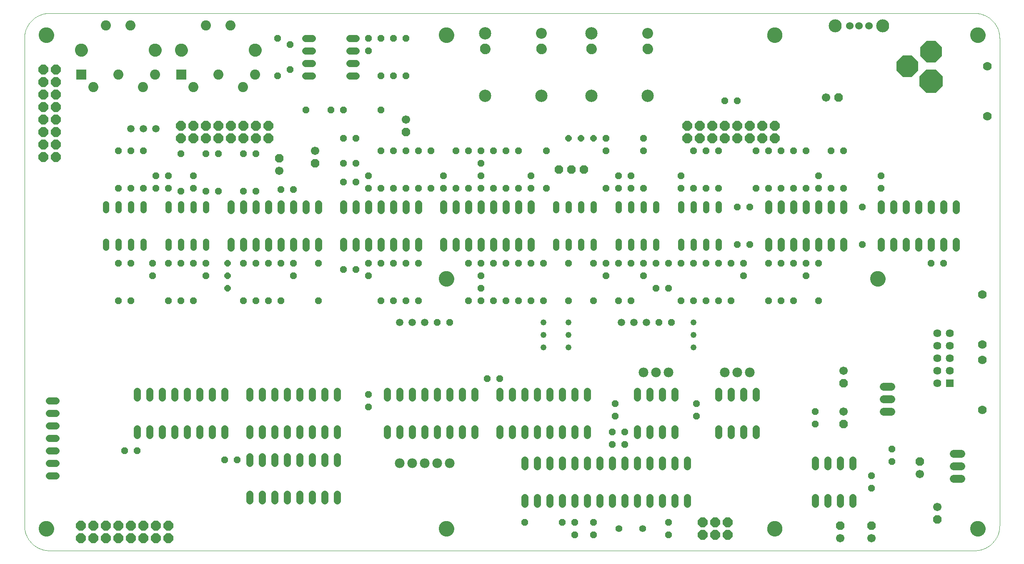
<source format=gts>
G75*
%MOIN*%
%OFA0B0*%
%FSLAX25Y25*%
%IPPOS*%
%LPD*%
%AMOC8*
5,1,8,0,0,1.08239X$1,22.5*
%
%ADD10C,0.00001*%
%ADD11C,0.00000*%
%ADD12C,0.05600*%
%ADD13OC8,0.05600*%
%ADD14C,0.05600*%
%ADD15OC8,0.07800*%
%ADD16R,0.08077X0.08077*%
%ADD17C,0.08077*%
%ADD18C,0.10243*%
%ADD19OC8,0.17400*%
%ADD20OC8,0.18400*%
%ADD21OC8,0.06700*%
%ADD22C,0.06700*%
%ADD23C,0.06400*%
%ADD24C,0.07000*%
%ADD25C,0.05156*%
%ADD26C,0.08668*%
%ADD27C,0.09849*%
%ADD28C,0.08274*%
%ADD29OC8,0.05156*%
%ADD30C,0.07800*%
%ADD31C,0.05912*%
%ADD32C,0.12211*%
%ADD33C,0.04800*%
%ADD34C,0.06000*%
%ADD35C,0.10400*%
%ADD36C,0.06400*%
%ADD37R,0.06400X0.06400*%
D10*
X0001800Y0411800D02*
X0001806Y0412283D01*
X0001823Y0412766D01*
X0001853Y0413248D01*
X0001893Y0413730D01*
X0001946Y0414210D01*
X0002010Y0414689D01*
X0002085Y0415167D01*
X0002173Y0415642D01*
X0002271Y0416115D01*
X0002381Y0416586D01*
X0002502Y0417054D01*
X0002635Y0417519D01*
X0002779Y0417980D01*
X0002934Y0418438D01*
X0003100Y0418892D01*
X0003276Y0419342D01*
X0003464Y0419787D01*
X0003662Y0420228D01*
X0003871Y0420664D01*
X0004091Y0421094D01*
X0004321Y0421520D01*
X0004561Y0421939D01*
X0004811Y0422353D01*
X0005071Y0422760D01*
X0005340Y0423161D01*
X0005620Y0423556D01*
X0005908Y0423943D01*
X0006206Y0424324D01*
X0006514Y0424697D01*
X0006830Y0425062D01*
X0007155Y0425420D01*
X0007488Y0425770D01*
X0007830Y0426112D01*
X0008180Y0426445D01*
X0008538Y0426770D01*
X0008903Y0427086D01*
X0009276Y0427394D01*
X0009657Y0427692D01*
X0010044Y0427980D01*
X0010439Y0428260D01*
X0010840Y0428529D01*
X0011247Y0428789D01*
X0011661Y0429039D01*
X0012080Y0429279D01*
X0012506Y0429509D01*
X0012936Y0429729D01*
X0013372Y0429938D01*
X0013813Y0430136D01*
X0014258Y0430324D01*
X0014708Y0430500D01*
X0015162Y0430666D01*
X0015620Y0430821D01*
X0016081Y0430965D01*
X0016546Y0431098D01*
X0017014Y0431219D01*
X0017485Y0431329D01*
X0017958Y0431427D01*
X0018433Y0431515D01*
X0018911Y0431590D01*
X0019390Y0431654D01*
X0019870Y0431707D01*
X0020352Y0431747D01*
X0020834Y0431777D01*
X0021317Y0431794D01*
X0021800Y0431800D01*
D11*
X0021800Y0001800D02*
X0761800Y0001800D01*
X0758394Y0019300D02*
X0758396Y0019453D01*
X0758402Y0019607D01*
X0758412Y0019760D01*
X0758426Y0019912D01*
X0758444Y0020065D01*
X0758466Y0020216D01*
X0758491Y0020367D01*
X0758521Y0020518D01*
X0758555Y0020668D01*
X0758592Y0020816D01*
X0758633Y0020964D01*
X0758678Y0021110D01*
X0758727Y0021256D01*
X0758780Y0021400D01*
X0758836Y0021542D01*
X0758896Y0021683D01*
X0758960Y0021823D01*
X0759027Y0021961D01*
X0759098Y0022097D01*
X0759173Y0022231D01*
X0759250Y0022363D01*
X0759332Y0022493D01*
X0759416Y0022621D01*
X0759504Y0022747D01*
X0759595Y0022870D01*
X0759689Y0022991D01*
X0759787Y0023109D01*
X0759887Y0023225D01*
X0759991Y0023338D01*
X0760097Y0023449D01*
X0760206Y0023557D01*
X0760318Y0023662D01*
X0760432Y0023763D01*
X0760550Y0023862D01*
X0760669Y0023958D01*
X0760791Y0024051D01*
X0760916Y0024140D01*
X0761043Y0024227D01*
X0761172Y0024309D01*
X0761303Y0024389D01*
X0761436Y0024465D01*
X0761571Y0024538D01*
X0761708Y0024607D01*
X0761847Y0024672D01*
X0761987Y0024734D01*
X0762129Y0024792D01*
X0762272Y0024847D01*
X0762417Y0024898D01*
X0762563Y0024945D01*
X0762710Y0024988D01*
X0762858Y0025027D01*
X0763007Y0025063D01*
X0763157Y0025094D01*
X0763308Y0025122D01*
X0763459Y0025146D01*
X0763612Y0025166D01*
X0763764Y0025182D01*
X0763917Y0025194D01*
X0764070Y0025202D01*
X0764223Y0025206D01*
X0764377Y0025206D01*
X0764530Y0025202D01*
X0764683Y0025194D01*
X0764836Y0025182D01*
X0764988Y0025166D01*
X0765141Y0025146D01*
X0765292Y0025122D01*
X0765443Y0025094D01*
X0765593Y0025063D01*
X0765742Y0025027D01*
X0765890Y0024988D01*
X0766037Y0024945D01*
X0766183Y0024898D01*
X0766328Y0024847D01*
X0766471Y0024792D01*
X0766613Y0024734D01*
X0766753Y0024672D01*
X0766892Y0024607D01*
X0767029Y0024538D01*
X0767164Y0024465D01*
X0767297Y0024389D01*
X0767428Y0024309D01*
X0767557Y0024227D01*
X0767684Y0024140D01*
X0767809Y0024051D01*
X0767931Y0023958D01*
X0768050Y0023862D01*
X0768168Y0023763D01*
X0768282Y0023662D01*
X0768394Y0023557D01*
X0768503Y0023449D01*
X0768609Y0023338D01*
X0768713Y0023225D01*
X0768813Y0023109D01*
X0768911Y0022991D01*
X0769005Y0022870D01*
X0769096Y0022747D01*
X0769184Y0022621D01*
X0769268Y0022493D01*
X0769350Y0022363D01*
X0769427Y0022231D01*
X0769502Y0022097D01*
X0769573Y0021961D01*
X0769640Y0021823D01*
X0769704Y0021683D01*
X0769764Y0021542D01*
X0769820Y0021400D01*
X0769873Y0021256D01*
X0769922Y0021110D01*
X0769967Y0020964D01*
X0770008Y0020816D01*
X0770045Y0020668D01*
X0770079Y0020518D01*
X0770109Y0020367D01*
X0770134Y0020216D01*
X0770156Y0020065D01*
X0770174Y0019912D01*
X0770188Y0019760D01*
X0770198Y0019607D01*
X0770204Y0019453D01*
X0770206Y0019300D01*
X0770204Y0019147D01*
X0770198Y0018993D01*
X0770188Y0018840D01*
X0770174Y0018688D01*
X0770156Y0018535D01*
X0770134Y0018384D01*
X0770109Y0018233D01*
X0770079Y0018082D01*
X0770045Y0017932D01*
X0770008Y0017784D01*
X0769967Y0017636D01*
X0769922Y0017490D01*
X0769873Y0017344D01*
X0769820Y0017200D01*
X0769764Y0017058D01*
X0769704Y0016917D01*
X0769640Y0016777D01*
X0769573Y0016639D01*
X0769502Y0016503D01*
X0769427Y0016369D01*
X0769350Y0016237D01*
X0769268Y0016107D01*
X0769184Y0015979D01*
X0769096Y0015853D01*
X0769005Y0015730D01*
X0768911Y0015609D01*
X0768813Y0015491D01*
X0768713Y0015375D01*
X0768609Y0015262D01*
X0768503Y0015151D01*
X0768394Y0015043D01*
X0768282Y0014938D01*
X0768168Y0014837D01*
X0768050Y0014738D01*
X0767931Y0014642D01*
X0767809Y0014549D01*
X0767684Y0014460D01*
X0767557Y0014373D01*
X0767428Y0014291D01*
X0767297Y0014211D01*
X0767164Y0014135D01*
X0767029Y0014062D01*
X0766892Y0013993D01*
X0766753Y0013928D01*
X0766613Y0013866D01*
X0766471Y0013808D01*
X0766328Y0013753D01*
X0766183Y0013702D01*
X0766037Y0013655D01*
X0765890Y0013612D01*
X0765742Y0013573D01*
X0765593Y0013537D01*
X0765443Y0013506D01*
X0765292Y0013478D01*
X0765141Y0013454D01*
X0764988Y0013434D01*
X0764836Y0013418D01*
X0764683Y0013406D01*
X0764530Y0013398D01*
X0764377Y0013394D01*
X0764223Y0013394D01*
X0764070Y0013398D01*
X0763917Y0013406D01*
X0763764Y0013418D01*
X0763612Y0013434D01*
X0763459Y0013454D01*
X0763308Y0013478D01*
X0763157Y0013506D01*
X0763007Y0013537D01*
X0762858Y0013573D01*
X0762710Y0013612D01*
X0762563Y0013655D01*
X0762417Y0013702D01*
X0762272Y0013753D01*
X0762129Y0013808D01*
X0761987Y0013866D01*
X0761847Y0013928D01*
X0761708Y0013993D01*
X0761571Y0014062D01*
X0761436Y0014135D01*
X0761303Y0014211D01*
X0761172Y0014291D01*
X0761043Y0014373D01*
X0760916Y0014460D01*
X0760791Y0014549D01*
X0760669Y0014642D01*
X0760550Y0014738D01*
X0760432Y0014837D01*
X0760318Y0014938D01*
X0760206Y0015043D01*
X0760097Y0015151D01*
X0759991Y0015262D01*
X0759887Y0015375D01*
X0759787Y0015491D01*
X0759689Y0015609D01*
X0759595Y0015730D01*
X0759504Y0015853D01*
X0759416Y0015979D01*
X0759332Y0016107D01*
X0759250Y0016237D01*
X0759173Y0016369D01*
X0759098Y0016503D01*
X0759027Y0016639D01*
X0758960Y0016777D01*
X0758896Y0016917D01*
X0758836Y0017058D01*
X0758780Y0017200D01*
X0758727Y0017344D01*
X0758678Y0017490D01*
X0758633Y0017636D01*
X0758592Y0017784D01*
X0758555Y0017932D01*
X0758521Y0018082D01*
X0758491Y0018233D01*
X0758466Y0018384D01*
X0758444Y0018535D01*
X0758426Y0018688D01*
X0758412Y0018840D01*
X0758402Y0018993D01*
X0758396Y0019147D01*
X0758394Y0019300D01*
X0761800Y0001800D02*
X0762283Y0001806D01*
X0762766Y0001823D01*
X0763249Y0001853D01*
X0763730Y0001893D01*
X0764211Y0001946D01*
X0764690Y0002010D01*
X0765167Y0002085D01*
X0765643Y0002173D01*
X0766116Y0002271D01*
X0766586Y0002381D01*
X0767054Y0002502D01*
X0767519Y0002635D01*
X0767980Y0002779D01*
X0768438Y0002934D01*
X0768892Y0003100D01*
X0769342Y0003277D01*
X0769787Y0003464D01*
X0770228Y0003663D01*
X0770664Y0003871D01*
X0771094Y0004091D01*
X0771520Y0004321D01*
X0771939Y0004561D01*
X0772353Y0004811D01*
X0772760Y0005071D01*
X0773161Y0005340D01*
X0773556Y0005620D01*
X0773943Y0005908D01*
X0774324Y0006207D01*
X0774697Y0006514D01*
X0775062Y0006830D01*
X0775420Y0007155D01*
X0775770Y0007488D01*
X0776112Y0007830D01*
X0776445Y0008180D01*
X0776770Y0008538D01*
X0777086Y0008903D01*
X0777393Y0009276D01*
X0777692Y0009657D01*
X0777980Y0010044D01*
X0778260Y0010439D01*
X0778529Y0010840D01*
X0778789Y0011247D01*
X0779039Y0011661D01*
X0779279Y0012080D01*
X0779509Y0012506D01*
X0779729Y0012936D01*
X0779937Y0013372D01*
X0780136Y0013813D01*
X0780323Y0014258D01*
X0780500Y0014708D01*
X0780666Y0015162D01*
X0780821Y0015620D01*
X0780965Y0016081D01*
X0781098Y0016546D01*
X0781219Y0017014D01*
X0781329Y0017484D01*
X0781427Y0017957D01*
X0781515Y0018433D01*
X0781590Y0018910D01*
X0781654Y0019389D01*
X0781707Y0019870D01*
X0781747Y0020351D01*
X0781777Y0020834D01*
X0781794Y0021317D01*
X0781800Y0021800D01*
X0781800Y0411800D01*
X0758394Y0414300D02*
X0758396Y0414453D01*
X0758402Y0414607D01*
X0758412Y0414760D01*
X0758426Y0414912D01*
X0758444Y0415065D01*
X0758466Y0415216D01*
X0758491Y0415367D01*
X0758521Y0415518D01*
X0758555Y0415668D01*
X0758592Y0415816D01*
X0758633Y0415964D01*
X0758678Y0416110D01*
X0758727Y0416256D01*
X0758780Y0416400D01*
X0758836Y0416542D01*
X0758896Y0416683D01*
X0758960Y0416823D01*
X0759027Y0416961D01*
X0759098Y0417097D01*
X0759173Y0417231D01*
X0759250Y0417363D01*
X0759332Y0417493D01*
X0759416Y0417621D01*
X0759504Y0417747D01*
X0759595Y0417870D01*
X0759689Y0417991D01*
X0759787Y0418109D01*
X0759887Y0418225D01*
X0759991Y0418338D01*
X0760097Y0418449D01*
X0760206Y0418557D01*
X0760318Y0418662D01*
X0760432Y0418763D01*
X0760550Y0418862D01*
X0760669Y0418958D01*
X0760791Y0419051D01*
X0760916Y0419140D01*
X0761043Y0419227D01*
X0761172Y0419309D01*
X0761303Y0419389D01*
X0761436Y0419465D01*
X0761571Y0419538D01*
X0761708Y0419607D01*
X0761847Y0419672D01*
X0761987Y0419734D01*
X0762129Y0419792D01*
X0762272Y0419847D01*
X0762417Y0419898D01*
X0762563Y0419945D01*
X0762710Y0419988D01*
X0762858Y0420027D01*
X0763007Y0420063D01*
X0763157Y0420094D01*
X0763308Y0420122D01*
X0763459Y0420146D01*
X0763612Y0420166D01*
X0763764Y0420182D01*
X0763917Y0420194D01*
X0764070Y0420202D01*
X0764223Y0420206D01*
X0764377Y0420206D01*
X0764530Y0420202D01*
X0764683Y0420194D01*
X0764836Y0420182D01*
X0764988Y0420166D01*
X0765141Y0420146D01*
X0765292Y0420122D01*
X0765443Y0420094D01*
X0765593Y0420063D01*
X0765742Y0420027D01*
X0765890Y0419988D01*
X0766037Y0419945D01*
X0766183Y0419898D01*
X0766328Y0419847D01*
X0766471Y0419792D01*
X0766613Y0419734D01*
X0766753Y0419672D01*
X0766892Y0419607D01*
X0767029Y0419538D01*
X0767164Y0419465D01*
X0767297Y0419389D01*
X0767428Y0419309D01*
X0767557Y0419227D01*
X0767684Y0419140D01*
X0767809Y0419051D01*
X0767931Y0418958D01*
X0768050Y0418862D01*
X0768168Y0418763D01*
X0768282Y0418662D01*
X0768394Y0418557D01*
X0768503Y0418449D01*
X0768609Y0418338D01*
X0768713Y0418225D01*
X0768813Y0418109D01*
X0768911Y0417991D01*
X0769005Y0417870D01*
X0769096Y0417747D01*
X0769184Y0417621D01*
X0769268Y0417493D01*
X0769350Y0417363D01*
X0769427Y0417231D01*
X0769502Y0417097D01*
X0769573Y0416961D01*
X0769640Y0416823D01*
X0769704Y0416683D01*
X0769764Y0416542D01*
X0769820Y0416400D01*
X0769873Y0416256D01*
X0769922Y0416110D01*
X0769967Y0415964D01*
X0770008Y0415816D01*
X0770045Y0415668D01*
X0770079Y0415518D01*
X0770109Y0415367D01*
X0770134Y0415216D01*
X0770156Y0415065D01*
X0770174Y0414912D01*
X0770188Y0414760D01*
X0770198Y0414607D01*
X0770204Y0414453D01*
X0770206Y0414300D01*
X0770204Y0414147D01*
X0770198Y0413993D01*
X0770188Y0413840D01*
X0770174Y0413688D01*
X0770156Y0413535D01*
X0770134Y0413384D01*
X0770109Y0413233D01*
X0770079Y0413082D01*
X0770045Y0412932D01*
X0770008Y0412784D01*
X0769967Y0412636D01*
X0769922Y0412490D01*
X0769873Y0412344D01*
X0769820Y0412200D01*
X0769764Y0412058D01*
X0769704Y0411917D01*
X0769640Y0411777D01*
X0769573Y0411639D01*
X0769502Y0411503D01*
X0769427Y0411369D01*
X0769350Y0411237D01*
X0769268Y0411107D01*
X0769184Y0410979D01*
X0769096Y0410853D01*
X0769005Y0410730D01*
X0768911Y0410609D01*
X0768813Y0410491D01*
X0768713Y0410375D01*
X0768609Y0410262D01*
X0768503Y0410151D01*
X0768394Y0410043D01*
X0768282Y0409938D01*
X0768168Y0409837D01*
X0768050Y0409738D01*
X0767931Y0409642D01*
X0767809Y0409549D01*
X0767684Y0409460D01*
X0767557Y0409373D01*
X0767428Y0409291D01*
X0767297Y0409211D01*
X0767164Y0409135D01*
X0767029Y0409062D01*
X0766892Y0408993D01*
X0766753Y0408928D01*
X0766613Y0408866D01*
X0766471Y0408808D01*
X0766328Y0408753D01*
X0766183Y0408702D01*
X0766037Y0408655D01*
X0765890Y0408612D01*
X0765742Y0408573D01*
X0765593Y0408537D01*
X0765443Y0408506D01*
X0765292Y0408478D01*
X0765141Y0408454D01*
X0764988Y0408434D01*
X0764836Y0408418D01*
X0764683Y0408406D01*
X0764530Y0408398D01*
X0764377Y0408394D01*
X0764223Y0408394D01*
X0764070Y0408398D01*
X0763917Y0408406D01*
X0763764Y0408418D01*
X0763612Y0408434D01*
X0763459Y0408454D01*
X0763308Y0408478D01*
X0763157Y0408506D01*
X0763007Y0408537D01*
X0762858Y0408573D01*
X0762710Y0408612D01*
X0762563Y0408655D01*
X0762417Y0408702D01*
X0762272Y0408753D01*
X0762129Y0408808D01*
X0761987Y0408866D01*
X0761847Y0408928D01*
X0761708Y0408993D01*
X0761571Y0409062D01*
X0761436Y0409135D01*
X0761303Y0409211D01*
X0761172Y0409291D01*
X0761043Y0409373D01*
X0760916Y0409460D01*
X0760791Y0409549D01*
X0760669Y0409642D01*
X0760550Y0409738D01*
X0760432Y0409837D01*
X0760318Y0409938D01*
X0760206Y0410043D01*
X0760097Y0410151D01*
X0759991Y0410262D01*
X0759887Y0410375D01*
X0759787Y0410491D01*
X0759689Y0410609D01*
X0759595Y0410730D01*
X0759504Y0410853D01*
X0759416Y0410979D01*
X0759332Y0411107D01*
X0759250Y0411237D01*
X0759173Y0411369D01*
X0759098Y0411503D01*
X0759027Y0411639D01*
X0758960Y0411777D01*
X0758896Y0411917D01*
X0758836Y0412058D01*
X0758780Y0412200D01*
X0758727Y0412344D01*
X0758678Y0412490D01*
X0758633Y0412636D01*
X0758592Y0412784D01*
X0758555Y0412932D01*
X0758521Y0413082D01*
X0758491Y0413233D01*
X0758466Y0413384D01*
X0758444Y0413535D01*
X0758426Y0413688D01*
X0758412Y0413840D01*
X0758402Y0413993D01*
X0758396Y0414147D01*
X0758394Y0414300D01*
X0761800Y0431800D02*
X0762283Y0431794D01*
X0762766Y0431777D01*
X0763249Y0431747D01*
X0763730Y0431707D01*
X0764211Y0431654D01*
X0764690Y0431590D01*
X0765167Y0431515D01*
X0765643Y0431427D01*
X0766116Y0431329D01*
X0766586Y0431219D01*
X0767054Y0431098D01*
X0767519Y0430965D01*
X0767980Y0430821D01*
X0768438Y0430666D01*
X0768892Y0430500D01*
X0769342Y0430323D01*
X0769787Y0430136D01*
X0770228Y0429937D01*
X0770664Y0429729D01*
X0771094Y0429509D01*
X0771520Y0429279D01*
X0771939Y0429039D01*
X0772353Y0428789D01*
X0772760Y0428529D01*
X0773161Y0428260D01*
X0773556Y0427980D01*
X0773943Y0427692D01*
X0774324Y0427393D01*
X0774697Y0427086D01*
X0775062Y0426770D01*
X0775420Y0426445D01*
X0775770Y0426112D01*
X0776112Y0425770D01*
X0776445Y0425420D01*
X0776770Y0425062D01*
X0777086Y0424697D01*
X0777393Y0424324D01*
X0777692Y0423943D01*
X0777980Y0423556D01*
X0778260Y0423161D01*
X0778529Y0422760D01*
X0778789Y0422353D01*
X0779039Y0421939D01*
X0779279Y0421520D01*
X0779509Y0421094D01*
X0779729Y0420664D01*
X0779937Y0420228D01*
X0780136Y0419787D01*
X0780323Y0419342D01*
X0780500Y0418892D01*
X0780666Y0418438D01*
X0780821Y0417980D01*
X0780965Y0417519D01*
X0781098Y0417054D01*
X0781219Y0416586D01*
X0781329Y0416116D01*
X0781427Y0415643D01*
X0781515Y0415167D01*
X0781590Y0414690D01*
X0781654Y0414211D01*
X0781707Y0413730D01*
X0781747Y0413249D01*
X0781777Y0412766D01*
X0781794Y0412283D01*
X0781800Y0411800D01*
X0761800Y0431800D02*
X0021800Y0431800D01*
X0013394Y0414300D02*
X0013396Y0414453D01*
X0013402Y0414607D01*
X0013412Y0414760D01*
X0013426Y0414912D01*
X0013444Y0415065D01*
X0013466Y0415216D01*
X0013491Y0415367D01*
X0013521Y0415518D01*
X0013555Y0415668D01*
X0013592Y0415816D01*
X0013633Y0415964D01*
X0013678Y0416110D01*
X0013727Y0416256D01*
X0013780Y0416400D01*
X0013836Y0416542D01*
X0013896Y0416683D01*
X0013960Y0416823D01*
X0014027Y0416961D01*
X0014098Y0417097D01*
X0014173Y0417231D01*
X0014250Y0417363D01*
X0014332Y0417493D01*
X0014416Y0417621D01*
X0014504Y0417747D01*
X0014595Y0417870D01*
X0014689Y0417991D01*
X0014787Y0418109D01*
X0014887Y0418225D01*
X0014991Y0418338D01*
X0015097Y0418449D01*
X0015206Y0418557D01*
X0015318Y0418662D01*
X0015432Y0418763D01*
X0015550Y0418862D01*
X0015669Y0418958D01*
X0015791Y0419051D01*
X0015916Y0419140D01*
X0016043Y0419227D01*
X0016172Y0419309D01*
X0016303Y0419389D01*
X0016436Y0419465D01*
X0016571Y0419538D01*
X0016708Y0419607D01*
X0016847Y0419672D01*
X0016987Y0419734D01*
X0017129Y0419792D01*
X0017272Y0419847D01*
X0017417Y0419898D01*
X0017563Y0419945D01*
X0017710Y0419988D01*
X0017858Y0420027D01*
X0018007Y0420063D01*
X0018157Y0420094D01*
X0018308Y0420122D01*
X0018459Y0420146D01*
X0018612Y0420166D01*
X0018764Y0420182D01*
X0018917Y0420194D01*
X0019070Y0420202D01*
X0019223Y0420206D01*
X0019377Y0420206D01*
X0019530Y0420202D01*
X0019683Y0420194D01*
X0019836Y0420182D01*
X0019988Y0420166D01*
X0020141Y0420146D01*
X0020292Y0420122D01*
X0020443Y0420094D01*
X0020593Y0420063D01*
X0020742Y0420027D01*
X0020890Y0419988D01*
X0021037Y0419945D01*
X0021183Y0419898D01*
X0021328Y0419847D01*
X0021471Y0419792D01*
X0021613Y0419734D01*
X0021753Y0419672D01*
X0021892Y0419607D01*
X0022029Y0419538D01*
X0022164Y0419465D01*
X0022297Y0419389D01*
X0022428Y0419309D01*
X0022557Y0419227D01*
X0022684Y0419140D01*
X0022809Y0419051D01*
X0022931Y0418958D01*
X0023050Y0418862D01*
X0023168Y0418763D01*
X0023282Y0418662D01*
X0023394Y0418557D01*
X0023503Y0418449D01*
X0023609Y0418338D01*
X0023713Y0418225D01*
X0023813Y0418109D01*
X0023911Y0417991D01*
X0024005Y0417870D01*
X0024096Y0417747D01*
X0024184Y0417621D01*
X0024268Y0417493D01*
X0024350Y0417363D01*
X0024427Y0417231D01*
X0024502Y0417097D01*
X0024573Y0416961D01*
X0024640Y0416823D01*
X0024704Y0416683D01*
X0024764Y0416542D01*
X0024820Y0416400D01*
X0024873Y0416256D01*
X0024922Y0416110D01*
X0024967Y0415964D01*
X0025008Y0415816D01*
X0025045Y0415668D01*
X0025079Y0415518D01*
X0025109Y0415367D01*
X0025134Y0415216D01*
X0025156Y0415065D01*
X0025174Y0414912D01*
X0025188Y0414760D01*
X0025198Y0414607D01*
X0025204Y0414453D01*
X0025206Y0414300D01*
X0025204Y0414147D01*
X0025198Y0413993D01*
X0025188Y0413840D01*
X0025174Y0413688D01*
X0025156Y0413535D01*
X0025134Y0413384D01*
X0025109Y0413233D01*
X0025079Y0413082D01*
X0025045Y0412932D01*
X0025008Y0412784D01*
X0024967Y0412636D01*
X0024922Y0412490D01*
X0024873Y0412344D01*
X0024820Y0412200D01*
X0024764Y0412058D01*
X0024704Y0411917D01*
X0024640Y0411777D01*
X0024573Y0411639D01*
X0024502Y0411503D01*
X0024427Y0411369D01*
X0024350Y0411237D01*
X0024268Y0411107D01*
X0024184Y0410979D01*
X0024096Y0410853D01*
X0024005Y0410730D01*
X0023911Y0410609D01*
X0023813Y0410491D01*
X0023713Y0410375D01*
X0023609Y0410262D01*
X0023503Y0410151D01*
X0023394Y0410043D01*
X0023282Y0409938D01*
X0023168Y0409837D01*
X0023050Y0409738D01*
X0022931Y0409642D01*
X0022809Y0409549D01*
X0022684Y0409460D01*
X0022557Y0409373D01*
X0022428Y0409291D01*
X0022297Y0409211D01*
X0022164Y0409135D01*
X0022029Y0409062D01*
X0021892Y0408993D01*
X0021753Y0408928D01*
X0021613Y0408866D01*
X0021471Y0408808D01*
X0021328Y0408753D01*
X0021183Y0408702D01*
X0021037Y0408655D01*
X0020890Y0408612D01*
X0020742Y0408573D01*
X0020593Y0408537D01*
X0020443Y0408506D01*
X0020292Y0408478D01*
X0020141Y0408454D01*
X0019988Y0408434D01*
X0019836Y0408418D01*
X0019683Y0408406D01*
X0019530Y0408398D01*
X0019377Y0408394D01*
X0019223Y0408394D01*
X0019070Y0408398D01*
X0018917Y0408406D01*
X0018764Y0408418D01*
X0018612Y0408434D01*
X0018459Y0408454D01*
X0018308Y0408478D01*
X0018157Y0408506D01*
X0018007Y0408537D01*
X0017858Y0408573D01*
X0017710Y0408612D01*
X0017563Y0408655D01*
X0017417Y0408702D01*
X0017272Y0408753D01*
X0017129Y0408808D01*
X0016987Y0408866D01*
X0016847Y0408928D01*
X0016708Y0408993D01*
X0016571Y0409062D01*
X0016436Y0409135D01*
X0016303Y0409211D01*
X0016172Y0409291D01*
X0016043Y0409373D01*
X0015916Y0409460D01*
X0015791Y0409549D01*
X0015669Y0409642D01*
X0015550Y0409738D01*
X0015432Y0409837D01*
X0015318Y0409938D01*
X0015206Y0410043D01*
X0015097Y0410151D01*
X0014991Y0410262D01*
X0014887Y0410375D01*
X0014787Y0410491D01*
X0014689Y0410609D01*
X0014595Y0410730D01*
X0014504Y0410853D01*
X0014416Y0410979D01*
X0014332Y0411107D01*
X0014250Y0411237D01*
X0014173Y0411369D01*
X0014098Y0411503D01*
X0014027Y0411639D01*
X0013960Y0411777D01*
X0013896Y0411917D01*
X0013836Y0412058D01*
X0013780Y0412200D01*
X0013727Y0412344D01*
X0013678Y0412490D01*
X0013633Y0412636D01*
X0013592Y0412784D01*
X0013555Y0412932D01*
X0013521Y0413082D01*
X0013491Y0413233D01*
X0013466Y0413384D01*
X0013444Y0413535D01*
X0013426Y0413688D01*
X0013412Y0413840D01*
X0013402Y0413993D01*
X0013396Y0414147D01*
X0013394Y0414300D01*
X0001800Y0411800D02*
X0001800Y0021800D01*
X0013394Y0019300D02*
X0013396Y0019453D01*
X0013402Y0019607D01*
X0013412Y0019760D01*
X0013426Y0019912D01*
X0013444Y0020065D01*
X0013466Y0020216D01*
X0013491Y0020367D01*
X0013521Y0020518D01*
X0013555Y0020668D01*
X0013592Y0020816D01*
X0013633Y0020964D01*
X0013678Y0021110D01*
X0013727Y0021256D01*
X0013780Y0021400D01*
X0013836Y0021542D01*
X0013896Y0021683D01*
X0013960Y0021823D01*
X0014027Y0021961D01*
X0014098Y0022097D01*
X0014173Y0022231D01*
X0014250Y0022363D01*
X0014332Y0022493D01*
X0014416Y0022621D01*
X0014504Y0022747D01*
X0014595Y0022870D01*
X0014689Y0022991D01*
X0014787Y0023109D01*
X0014887Y0023225D01*
X0014991Y0023338D01*
X0015097Y0023449D01*
X0015206Y0023557D01*
X0015318Y0023662D01*
X0015432Y0023763D01*
X0015550Y0023862D01*
X0015669Y0023958D01*
X0015791Y0024051D01*
X0015916Y0024140D01*
X0016043Y0024227D01*
X0016172Y0024309D01*
X0016303Y0024389D01*
X0016436Y0024465D01*
X0016571Y0024538D01*
X0016708Y0024607D01*
X0016847Y0024672D01*
X0016987Y0024734D01*
X0017129Y0024792D01*
X0017272Y0024847D01*
X0017417Y0024898D01*
X0017563Y0024945D01*
X0017710Y0024988D01*
X0017858Y0025027D01*
X0018007Y0025063D01*
X0018157Y0025094D01*
X0018308Y0025122D01*
X0018459Y0025146D01*
X0018612Y0025166D01*
X0018764Y0025182D01*
X0018917Y0025194D01*
X0019070Y0025202D01*
X0019223Y0025206D01*
X0019377Y0025206D01*
X0019530Y0025202D01*
X0019683Y0025194D01*
X0019836Y0025182D01*
X0019988Y0025166D01*
X0020141Y0025146D01*
X0020292Y0025122D01*
X0020443Y0025094D01*
X0020593Y0025063D01*
X0020742Y0025027D01*
X0020890Y0024988D01*
X0021037Y0024945D01*
X0021183Y0024898D01*
X0021328Y0024847D01*
X0021471Y0024792D01*
X0021613Y0024734D01*
X0021753Y0024672D01*
X0021892Y0024607D01*
X0022029Y0024538D01*
X0022164Y0024465D01*
X0022297Y0024389D01*
X0022428Y0024309D01*
X0022557Y0024227D01*
X0022684Y0024140D01*
X0022809Y0024051D01*
X0022931Y0023958D01*
X0023050Y0023862D01*
X0023168Y0023763D01*
X0023282Y0023662D01*
X0023394Y0023557D01*
X0023503Y0023449D01*
X0023609Y0023338D01*
X0023713Y0023225D01*
X0023813Y0023109D01*
X0023911Y0022991D01*
X0024005Y0022870D01*
X0024096Y0022747D01*
X0024184Y0022621D01*
X0024268Y0022493D01*
X0024350Y0022363D01*
X0024427Y0022231D01*
X0024502Y0022097D01*
X0024573Y0021961D01*
X0024640Y0021823D01*
X0024704Y0021683D01*
X0024764Y0021542D01*
X0024820Y0021400D01*
X0024873Y0021256D01*
X0024922Y0021110D01*
X0024967Y0020964D01*
X0025008Y0020816D01*
X0025045Y0020668D01*
X0025079Y0020518D01*
X0025109Y0020367D01*
X0025134Y0020216D01*
X0025156Y0020065D01*
X0025174Y0019912D01*
X0025188Y0019760D01*
X0025198Y0019607D01*
X0025204Y0019453D01*
X0025206Y0019300D01*
X0025204Y0019147D01*
X0025198Y0018993D01*
X0025188Y0018840D01*
X0025174Y0018688D01*
X0025156Y0018535D01*
X0025134Y0018384D01*
X0025109Y0018233D01*
X0025079Y0018082D01*
X0025045Y0017932D01*
X0025008Y0017784D01*
X0024967Y0017636D01*
X0024922Y0017490D01*
X0024873Y0017344D01*
X0024820Y0017200D01*
X0024764Y0017058D01*
X0024704Y0016917D01*
X0024640Y0016777D01*
X0024573Y0016639D01*
X0024502Y0016503D01*
X0024427Y0016369D01*
X0024350Y0016237D01*
X0024268Y0016107D01*
X0024184Y0015979D01*
X0024096Y0015853D01*
X0024005Y0015730D01*
X0023911Y0015609D01*
X0023813Y0015491D01*
X0023713Y0015375D01*
X0023609Y0015262D01*
X0023503Y0015151D01*
X0023394Y0015043D01*
X0023282Y0014938D01*
X0023168Y0014837D01*
X0023050Y0014738D01*
X0022931Y0014642D01*
X0022809Y0014549D01*
X0022684Y0014460D01*
X0022557Y0014373D01*
X0022428Y0014291D01*
X0022297Y0014211D01*
X0022164Y0014135D01*
X0022029Y0014062D01*
X0021892Y0013993D01*
X0021753Y0013928D01*
X0021613Y0013866D01*
X0021471Y0013808D01*
X0021328Y0013753D01*
X0021183Y0013702D01*
X0021037Y0013655D01*
X0020890Y0013612D01*
X0020742Y0013573D01*
X0020593Y0013537D01*
X0020443Y0013506D01*
X0020292Y0013478D01*
X0020141Y0013454D01*
X0019988Y0013434D01*
X0019836Y0013418D01*
X0019683Y0013406D01*
X0019530Y0013398D01*
X0019377Y0013394D01*
X0019223Y0013394D01*
X0019070Y0013398D01*
X0018917Y0013406D01*
X0018764Y0013418D01*
X0018612Y0013434D01*
X0018459Y0013454D01*
X0018308Y0013478D01*
X0018157Y0013506D01*
X0018007Y0013537D01*
X0017858Y0013573D01*
X0017710Y0013612D01*
X0017563Y0013655D01*
X0017417Y0013702D01*
X0017272Y0013753D01*
X0017129Y0013808D01*
X0016987Y0013866D01*
X0016847Y0013928D01*
X0016708Y0013993D01*
X0016571Y0014062D01*
X0016436Y0014135D01*
X0016303Y0014211D01*
X0016172Y0014291D01*
X0016043Y0014373D01*
X0015916Y0014460D01*
X0015791Y0014549D01*
X0015669Y0014642D01*
X0015550Y0014738D01*
X0015432Y0014837D01*
X0015318Y0014938D01*
X0015206Y0015043D01*
X0015097Y0015151D01*
X0014991Y0015262D01*
X0014887Y0015375D01*
X0014787Y0015491D01*
X0014689Y0015609D01*
X0014595Y0015730D01*
X0014504Y0015853D01*
X0014416Y0015979D01*
X0014332Y0016107D01*
X0014250Y0016237D01*
X0014173Y0016369D01*
X0014098Y0016503D01*
X0014027Y0016639D01*
X0013960Y0016777D01*
X0013896Y0016917D01*
X0013836Y0017058D01*
X0013780Y0017200D01*
X0013727Y0017344D01*
X0013678Y0017490D01*
X0013633Y0017636D01*
X0013592Y0017784D01*
X0013555Y0017932D01*
X0013521Y0018082D01*
X0013491Y0018233D01*
X0013466Y0018384D01*
X0013444Y0018535D01*
X0013426Y0018688D01*
X0013412Y0018840D01*
X0013402Y0018993D01*
X0013396Y0019147D01*
X0013394Y0019300D01*
X0001800Y0021800D02*
X0001806Y0021317D01*
X0001823Y0020834D01*
X0001853Y0020351D01*
X0001893Y0019870D01*
X0001946Y0019389D01*
X0002010Y0018910D01*
X0002085Y0018433D01*
X0002173Y0017957D01*
X0002271Y0017484D01*
X0002381Y0017014D01*
X0002502Y0016546D01*
X0002635Y0016081D01*
X0002779Y0015620D01*
X0002934Y0015162D01*
X0003100Y0014708D01*
X0003277Y0014258D01*
X0003464Y0013813D01*
X0003663Y0013372D01*
X0003871Y0012936D01*
X0004091Y0012506D01*
X0004321Y0012080D01*
X0004561Y0011661D01*
X0004811Y0011247D01*
X0005071Y0010840D01*
X0005340Y0010439D01*
X0005620Y0010044D01*
X0005908Y0009657D01*
X0006207Y0009276D01*
X0006514Y0008903D01*
X0006830Y0008538D01*
X0007155Y0008180D01*
X0007488Y0007830D01*
X0007830Y0007488D01*
X0008180Y0007155D01*
X0008538Y0006830D01*
X0008903Y0006514D01*
X0009276Y0006207D01*
X0009657Y0005908D01*
X0010044Y0005620D01*
X0010439Y0005340D01*
X0010840Y0005071D01*
X0011247Y0004811D01*
X0011661Y0004561D01*
X0012080Y0004321D01*
X0012506Y0004091D01*
X0012936Y0003871D01*
X0013372Y0003663D01*
X0013813Y0003464D01*
X0014258Y0003277D01*
X0014708Y0003100D01*
X0015162Y0002934D01*
X0015620Y0002779D01*
X0016081Y0002635D01*
X0016546Y0002502D01*
X0017014Y0002381D01*
X0017484Y0002271D01*
X0017957Y0002173D01*
X0018433Y0002085D01*
X0018910Y0002010D01*
X0019389Y0001946D01*
X0019870Y0001893D01*
X0020351Y0001853D01*
X0020834Y0001823D01*
X0021317Y0001806D01*
X0021800Y0001800D01*
X0333394Y0019300D02*
X0333396Y0019453D01*
X0333402Y0019607D01*
X0333412Y0019760D01*
X0333426Y0019912D01*
X0333444Y0020065D01*
X0333466Y0020216D01*
X0333491Y0020367D01*
X0333521Y0020518D01*
X0333555Y0020668D01*
X0333592Y0020816D01*
X0333633Y0020964D01*
X0333678Y0021110D01*
X0333727Y0021256D01*
X0333780Y0021400D01*
X0333836Y0021542D01*
X0333896Y0021683D01*
X0333960Y0021823D01*
X0334027Y0021961D01*
X0334098Y0022097D01*
X0334173Y0022231D01*
X0334250Y0022363D01*
X0334332Y0022493D01*
X0334416Y0022621D01*
X0334504Y0022747D01*
X0334595Y0022870D01*
X0334689Y0022991D01*
X0334787Y0023109D01*
X0334887Y0023225D01*
X0334991Y0023338D01*
X0335097Y0023449D01*
X0335206Y0023557D01*
X0335318Y0023662D01*
X0335432Y0023763D01*
X0335550Y0023862D01*
X0335669Y0023958D01*
X0335791Y0024051D01*
X0335916Y0024140D01*
X0336043Y0024227D01*
X0336172Y0024309D01*
X0336303Y0024389D01*
X0336436Y0024465D01*
X0336571Y0024538D01*
X0336708Y0024607D01*
X0336847Y0024672D01*
X0336987Y0024734D01*
X0337129Y0024792D01*
X0337272Y0024847D01*
X0337417Y0024898D01*
X0337563Y0024945D01*
X0337710Y0024988D01*
X0337858Y0025027D01*
X0338007Y0025063D01*
X0338157Y0025094D01*
X0338308Y0025122D01*
X0338459Y0025146D01*
X0338612Y0025166D01*
X0338764Y0025182D01*
X0338917Y0025194D01*
X0339070Y0025202D01*
X0339223Y0025206D01*
X0339377Y0025206D01*
X0339530Y0025202D01*
X0339683Y0025194D01*
X0339836Y0025182D01*
X0339988Y0025166D01*
X0340141Y0025146D01*
X0340292Y0025122D01*
X0340443Y0025094D01*
X0340593Y0025063D01*
X0340742Y0025027D01*
X0340890Y0024988D01*
X0341037Y0024945D01*
X0341183Y0024898D01*
X0341328Y0024847D01*
X0341471Y0024792D01*
X0341613Y0024734D01*
X0341753Y0024672D01*
X0341892Y0024607D01*
X0342029Y0024538D01*
X0342164Y0024465D01*
X0342297Y0024389D01*
X0342428Y0024309D01*
X0342557Y0024227D01*
X0342684Y0024140D01*
X0342809Y0024051D01*
X0342931Y0023958D01*
X0343050Y0023862D01*
X0343168Y0023763D01*
X0343282Y0023662D01*
X0343394Y0023557D01*
X0343503Y0023449D01*
X0343609Y0023338D01*
X0343713Y0023225D01*
X0343813Y0023109D01*
X0343911Y0022991D01*
X0344005Y0022870D01*
X0344096Y0022747D01*
X0344184Y0022621D01*
X0344268Y0022493D01*
X0344350Y0022363D01*
X0344427Y0022231D01*
X0344502Y0022097D01*
X0344573Y0021961D01*
X0344640Y0021823D01*
X0344704Y0021683D01*
X0344764Y0021542D01*
X0344820Y0021400D01*
X0344873Y0021256D01*
X0344922Y0021110D01*
X0344967Y0020964D01*
X0345008Y0020816D01*
X0345045Y0020668D01*
X0345079Y0020518D01*
X0345109Y0020367D01*
X0345134Y0020216D01*
X0345156Y0020065D01*
X0345174Y0019912D01*
X0345188Y0019760D01*
X0345198Y0019607D01*
X0345204Y0019453D01*
X0345206Y0019300D01*
X0345204Y0019147D01*
X0345198Y0018993D01*
X0345188Y0018840D01*
X0345174Y0018688D01*
X0345156Y0018535D01*
X0345134Y0018384D01*
X0345109Y0018233D01*
X0345079Y0018082D01*
X0345045Y0017932D01*
X0345008Y0017784D01*
X0344967Y0017636D01*
X0344922Y0017490D01*
X0344873Y0017344D01*
X0344820Y0017200D01*
X0344764Y0017058D01*
X0344704Y0016917D01*
X0344640Y0016777D01*
X0344573Y0016639D01*
X0344502Y0016503D01*
X0344427Y0016369D01*
X0344350Y0016237D01*
X0344268Y0016107D01*
X0344184Y0015979D01*
X0344096Y0015853D01*
X0344005Y0015730D01*
X0343911Y0015609D01*
X0343813Y0015491D01*
X0343713Y0015375D01*
X0343609Y0015262D01*
X0343503Y0015151D01*
X0343394Y0015043D01*
X0343282Y0014938D01*
X0343168Y0014837D01*
X0343050Y0014738D01*
X0342931Y0014642D01*
X0342809Y0014549D01*
X0342684Y0014460D01*
X0342557Y0014373D01*
X0342428Y0014291D01*
X0342297Y0014211D01*
X0342164Y0014135D01*
X0342029Y0014062D01*
X0341892Y0013993D01*
X0341753Y0013928D01*
X0341613Y0013866D01*
X0341471Y0013808D01*
X0341328Y0013753D01*
X0341183Y0013702D01*
X0341037Y0013655D01*
X0340890Y0013612D01*
X0340742Y0013573D01*
X0340593Y0013537D01*
X0340443Y0013506D01*
X0340292Y0013478D01*
X0340141Y0013454D01*
X0339988Y0013434D01*
X0339836Y0013418D01*
X0339683Y0013406D01*
X0339530Y0013398D01*
X0339377Y0013394D01*
X0339223Y0013394D01*
X0339070Y0013398D01*
X0338917Y0013406D01*
X0338764Y0013418D01*
X0338612Y0013434D01*
X0338459Y0013454D01*
X0338308Y0013478D01*
X0338157Y0013506D01*
X0338007Y0013537D01*
X0337858Y0013573D01*
X0337710Y0013612D01*
X0337563Y0013655D01*
X0337417Y0013702D01*
X0337272Y0013753D01*
X0337129Y0013808D01*
X0336987Y0013866D01*
X0336847Y0013928D01*
X0336708Y0013993D01*
X0336571Y0014062D01*
X0336436Y0014135D01*
X0336303Y0014211D01*
X0336172Y0014291D01*
X0336043Y0014373D01*
X0335916Y0014460D01*
X0335791Y0014549D01*
X0335669Y0014642D01*
X0335550Y0014738D01*
X0335432Y0014837D01*
X0335318Y0014938D01*
X0335206Y0015043D01*
X0335097Y0015151D01*
X0334991Y0015262D01*
X0334887Y0015375D01*
X0334787Y0015491D01*
X0334689Y0015609D01*
X0334595Y0015730D01*
X0334504Y0015853D01*
X0334416Y0015979D01*
X0334332Y0016107D01*
X0334250Y0016237D01*
X0334173Y0016369D01*
X0334098Y0016503D01*
X0334027Y0016639D01*
X0333960Y0016777D01*
X0333896Y0016917D01*
X0333836Y0017058D01*
X0333780Y0017200D01*
X0333727Y0017344D01*
X0333678Y0017490D01*
X0333633Y0017636D01*
X0333592Y0017784D01*
X0333555Y0017932D01*
X0333521Y0018082D01*
X0333491Y0018233D01*
X0333466Y0018384D01*
X0333444Y0018535D01*
X0333426Y0018688D01*
X0333412Y0018840D01*
X0333402Y0018993D01*
X0333396Y0019147D01*
X0333394Y0019300D01*
X0595894Y0019300D02*
X0595896Y0019453D01*
X0595902Y0019607D01*
X0595912Y0019760D01*
X0595926Y0019912D01*
X0595944Y0020065D01*
X0595966Y0020216D01*
X0595991Y0020367D01*
X0596021Y0020518D01*
X0596055Y0020668D01*
X0596092Y0020816D01*
X0596133Y0020964D01*
X0596178Y0021110D01*
X0596227Y0021256D01*
X0596280Y0021400D01*
X0596336Y0021542D01*
X0596396Y0021683D01*
X0596460Y0021823D01*
X0596527Y0021961D01*
X0596598Y0022097D01*
X0596673Y0022231D01*
X0596750Y0022363D01*
X0596832Y0022493D01*
X0596916Y0022621D01*
X0597004Y0022747D01*
X0597095Y0022870D01*
X0597189Y0022991D01*
X0597287Y0023109D01*
X0597387Y0023225D01*
X0597491Y0023338D01*
X0597597Y0023449D01*
X0597706Y0023557D01*
X0597818Y0023662D01*
X0597932Y0023763D01*
X0598050Y0023862D01*
X0598169Y0023958D01*
X0598291Y0024051D01*
X0598416Y0024140D01*
X0598543Y0024227D01*
X0598672Y0024309D01*
X0598803Y0024389D01*
X0598936Y0024465D01*
X0599071Y0024538D01*
X0599208Y0024607D01*
X0599347Y0024672D01*
X0599487Y0024734D01*
X0599629Y0024792D01*
X0599772Y0024847D01*
X0599917Y0024898D01*
X0600063Y0024945D01*
X0600210Y0024988D01*
X0600358Y0025027D01*
X0600507Y0025063D01*
X0600657Y0025094D01*
X0600808Y0025122D01*
X0600959Y0025146D01*
X0601112Y0025166D01*
X0601264Y0025182D01*
X0601417Y0025194D01*
X0601570Y0025202D01*
X0601723Y0025206D01*
X0601877Y0025206D01*
X0602030Y0025202D01*
X0602183Y0025194D01*
X0602336Y0025182D01*
X0602488Y0025166D01*
X0602641Y0025146D01*
X0602792Y0025122D01*
X0602943Y0025094D01*
X0603093Y0025063D01*
X0603242Y0025027D01*
X0603390Y0024988D01*
X0603537Y0024945D01*
X0603683Y0024898D01*
X0603828Y0024847D01*
X0603971Y0024792D01*
X0604113Y0024734D01*
X0604253Y0024672D01*
X0604392Y0024607D01*
X0604529Y0024538D01*
X0604664Y0024465D01*
X0604797Y0024389D01*
X0604928Y0024309D01*
X0605057Y0024227D01*
X0605184Y0024140D01*
X0605309Y0024051D01*
X0605431Y0023958D01*
X0605550Y0023862D01*
X0605668Y0023763D01*
X0605782Y0023662D01*
X0605894Y0023557D01*
X0606003Y0023449D01*
X0606109Y0023338D01*
X0606213Y0023225D01*
X0606313Y0023109D01*
X0606411Y0022991D01*
X0606505Y0022870D01*
X0606596Y0022747D01*
X0606684Y0022621D01*
X0606768Y0022493D01*
X0606850Y0022363D01*
X0606927Y0022231D01*
X0607002Y0022097D01*
X0607073Y0021961D01*
X0607140Y0021823D01*
X0607204Y0021683D01*
X0607264Y0021542D01*
X0607320Y0021400D01*
X0607373Y0021256D01*
X0607422Y0021110D01*
X0607467Y0020964D01*
X0607508Y0020816D01*
X0607545Y0020668D01*
X0607579Y0020518D01*
X0607609Y0020367D01*
X0607634Y0020216D01*
X0607656Y0020065D01*
X0607674Y0019912D01*
X0607688Y0019760D01*
X0607698Y0019607D01*
X0607704Y0019453D01*
X0607706Y0019300D01*
X0607704Y0019147D01*
X0607698Y0018993D01*
X0607688Y0018840D01*
X0607674Y0018688D01*
X0607656Y0018535D01*
X0607634Y0018384D01*
X0607609Y0018233D01*
X0607579Y0018082D01*
X0607545Y0017932D01*
X0607508Y0017784D01*
X0607467Y0017636D01*
X0607422Y0017490D01*
X0607373Y0017344D01*
X0607320Y0017200D01*
X0607264Y0017058D01*
X0607204Y0016917D01*
X0607140Y0016777D01*
X0607073Y0016639D01*
X0607002Y0016503D01*
X0606927Y0016369D01*
X0606850Y0016237D01*
X0606768Y0016107D01*
X0606684Y0015979D01*
X0606596Y0015853D01*
X0606505Y0015730D01*
X0606411Y0015609D01*
X0606313Y0015491D01*
X0606213Y0015375D01*
X0606109Y0015262D01*
X0606003Y0015151D01*
X0605894Y0015043D01*
X0605782Y0014938D01*
X0605668Y0014837D01*
X0605550Y0014738D01*
X0605431Y0014642D01*
X0605309Y0014549D01*
X0605184Y0014460D01*
X0605057Y0014373D01*
X0604928Y0014291D01*
X0604797Y0014211D01*
X0604664Y0014135D01*
X0604529Y0014062D01*
X0604392Y0013993D01*
X0604253Y0013928D01*
X0604113Y0013866D01*
X0603971Y0013808D01*
X0603828Y0013753D01*
X0603683Y0013702D01*
X0603537Y0013655D01*
X0603390Y0013612D01*
X0603242Y0013573D01*
X0603093Y0013537D01*
X0602943Y0013506D01*
X0602792Y0013478D01*
X0602641Y0013454D01*
X0602488Y0013434D01*
X0602336Y0013418D01*
X0602183Y0013406D01*
X0602030Y0013398D01*
X0601877Y0013394D01*
X0601723Y0013394D01*
X0601570Y0013398D01*
X0601417Y0013406D01*
X0601264Y0013418D01*
X0601112Y0013434D01*
X0600959Y0013454D01*
X0600808Y0013478D01*
X0600657Y0013506D01*
X0600507Y0013537D01*
X0600358Y0013573D01*
X0600210Y0013612D01*
X0600063Y0013655D01*
X0599917Y0013702D01*
X0599772Y0013753D01*
X0599629Y0013808D01*
X0599487Y0013866D01*
X0599347Y0013928D01*
X0599208Y0013993D01*
X0599071Y0014062D01*
X0598936Y0014135D01*
X0598803Y0014211D01*
X0598672Y0014291D01*
X0598543Y0014373D01*
X0598416Y0014460D01*
X0598291Y0014549D01*
X0598169Y0014642D01*
X0598050Y0014738D01*
X0597932Y0014837D01*
X0597818Y0014938D01*
X0597706Y0015043D01*
X0597597Y0015151D01*
X0597491Y0015262D01*
X0597387Y0015375D01*
X0597287Y0015491D01*
X0597189Y0015609D01*
X0597095Y0015730D01*
X0597004Y0015853D01*
X0596916Y0015979D01*
X0596832Y0016107D01*
X0596750Y0016237D01*
X0596673Y0016369D01*
X0596598Y0016503D01*
X0596527Y0016639D01*
X0596460Y0016777D01*
X0596396Y0016917D01*
X0596336Y0017058D01*
X0596280Y0017200D01*
X0596227Y0017344D01*
X0596178Y0017490D01*
X0596133Y0017636D01*
X0596092Y0017784D01*
X0596055Y0017932D01*
X0596021Y0018082D01*
X0595991Y0018233D01*
X0595966Y0018384D01*
X0595944Y0018535D01*
X0595926Y0018688D01*
X0595912Y0018840D01*
X0595902Y0018993D01*
X0595896Y0019147D01*
X0595894Y0019300D01*
X0678394Y0219300D02*
X0678396Y0219453D01*
X0678402Y0219607D01*
X0678412Y0219760D01*
X0678426Y0219912D01*
X0678444Y0220065D01*
X0678466Y0220216D01*
X0678491Y0220367D01*
X0678521Y0220518D01*
X0678555Y0220668D01*
X0678592Y0220816D01*
X0678633Y0220964D01*
X0678678Y0221110D01*
X0678727Y0221256D01*
X0678780Y0221400D01*
X0678836Y0221542D01*
X0678896Y0221683D01*
X0678960Y0221823D01*
X0679027Y0221961D01*
X0679098Y0222097D01*
X0679173Y0222231D01*
X0679250Y0222363D01*
X0679332Y0222493D01*
X0679416Y0222621D01*
X0679504Y0222747D01*
X0679595Y0222870D01*
X0679689Y0222991D01*
X0679787Y0223109D01*
X0679887Y0223225D01*
X0679991Y0223338D01*
X0680097Y0223449D01*
X0680206Y0223557D01*
X0680318Y0223662D01*
X0680432Y0223763D01*
X0680550Y0223862D01*
X0680669Y0223958D01*
X0680791Y0224051D01*
X0680916Y0224140D01*
X0681043Y0224227D01*
X0681172Y0224309D01*
X0681303Y0224389D01*
X0681436Y0224465D01*
X0681571Y0224538D01*
X0681708Y0224607D01*
X0681847Y0224672D01*
X0681987Y0224734D01*
X0682129Y0224792D01*
X0682272Y0224847D01*
X0682417Y0224898D01*
X0682563Y0224945D01*
X0682710Y0224988D01*
X0682858Y0225027D01*
X0683007Y0225063D01*
X0683157Y0225094D01*
X0683308Y0225122D01*
X0683459Y0225146D01*
X0683612Y0225166D01*
X0683764Y0225182D01*
X0683917Y0225194D01*
X0684070Y0225202D01*
X0684223Y0225206D01*
X0684377Y0225206D01*
X0684530Y0225202D01*
X0684683Y0225194D01*
X0684836Y0225182D01*
X0684988Y0225166D01*
X0685141Y0225146D01*
X0685292Y0225122D01*
X0685443Y0225094D01*
X0685593Y0225063D01*
X0685742Y0225027D01*
X0685890Y0224988D01*
X0686037Y0224945D01*
X0686183Y0224898D01*
X0686328Y0224847D01*
X0686471Y0224792D01*
X0686613Y0224734D01*
X0686753Y0224672D01*
X0686892Y0224607D01*
X0687029Y0224538D01*
X0687164Y0224465D01*
X0687297Y0224389D01*
X0687428Y0224309D01*
X0687557Y0224227D01*
X0687684Y0224140D01*
X0687809Y0224051D01*
X0687931Y0223958D01*
X0688050Y0223862D01*
X0688168Y0223763D01*
X0688282Y0223662D01*
X0688394Y0223557D01*
X0688503Y0223449D01*
X0688609Y0223338D01*
X0688713Y0223225D01*
X0688813Y0223109D01*
X0688911Y0222991D01*
X0689005Y0222870D01*
X0689096Y0222747D01*
X0689184Y0222621D01*
X0689268Y0222493D01*
X0689350Y0222363D01*
X0689427Y0222231D01*
X0689502Y0222097D01*
X0689573Y0221961D01*
X0689640Y0221823D01*
X0689704Y0221683D01*
X0689764Y0221542D01*
X0689820Y0221400D01*
X0689873Y0221256D01*
X0689922Y0221110D01*
X0689967Y0220964D01*
X0690008Y0220816D01*
X0690045Y0220668D01*
X0690079Y0220518D01*
X0690109Y0220367D01*
X0690134Y0220216D01*
X0690156Y0220065D01*
X0690174Y0219912D01*
X0690188Y0219760D01*
X0690198Y0219607D01*
X0690204Y0219453D01*
X0690206Y0219300D01*
X0690204Y0219147D01*
X0690198Y0218993D01*
X0690188Y0218840D01*
X0690174Y0218688D01*
X0690156Y0218535D01*
X0690134Y0218384D01*
X0690109Y0218233D01*
X0690079Y0218082D01*
X0690045Y0217932D01*
X0690008Y0217784D01*
X0689967Y0217636D01*
X0689922Y0217490D01*
X0689873Y0217344D01*
X0689820Y0217200D01*
X0689764Y0217058D01*
X0689704Y0216917D01*
X0689640Y0216777D01*
X0689573Y0216639D01*
X0689502Y0216503D01*
X0689427Y0216369D01*
X0689350Y0216237D01*
X0689268Y0216107D01*
X0689184Y0215979D01*
X0689096Y0215853D01*
X0689005Y0215730D01*
X0688911Y0215609D01*
X0688813Y0215491D01*
X0688713Y0215375D01*
X0688609Y0215262D01*
X0688503Y0215151D01*
X0688394Y0215043D01*
X0688282Y0214938D01*
X0688168Y0214837D01*
X0688050Y0214738D01*
X0687931Y0214642D01*
X0687809Y0214549D01*
X0687684Y0214460D01*
X0687557Y0214373D01*
X0687428Y0214291D01*
X0687297Y0214211D01*
X0687164Y0214135D01*
X0687029Y0214062D01*
X0686892Y0213993D01*
X0686753Y0213928D01*
X0686613Y0213866D01*
X0686471Y0213808D01*
X0686328Y0213753D01*
X0686183Y0213702D01*
X0686037Y0213655D01*
X0685890Y0213612D01*
X0685742Y0213573D01*
X0685593Y0213537D01*
X0685443Y0213506D01*
X0685292Y0213478D01*
X0685141Y0213454D01*
X0684988Y0213434D01*
X0684836Y0213418D01*
X0684683Y0213406D01*
X0684530Y0213398D01*
X0684377Y0213394D01*
X0684223Y0213394D01*
X0684070Y0213398D01*
X0683917Y0213406D01*
X0683764Y0213418D01*
X0683612Y0213434D01*
X0683459Y0213454D01*
X0683308Y0213478D01*
X0683157Y0213506D01*
X0683007Y0213537D01*
X0682858Y0213573D01*
X0682710Y0213612D01*
X0682563Y0213655D01*
X0682417Y0213702D01*
X0682272Y0213753D01*
X0682129Y0213808D01*
X0681987Y0213866D01*
X0681847Y0213928D01*
X0681708Y0213993D01*
X0681571Y0214062D01*
X0681436Y0214135D01*
X0681303Y0214211D01*
X0681172Y0214291D01*
X0681043Y0214373D01*
X0680916Y0214460D01*
X0680791Y0214549D01*
X0680669Y0214642D01*
X0680550Y0214738D01*
X0680432Y0214837D01*
X0680318Y0214938D01*
X0680206Y0215043D01*
X0680097Y0215151D01*
X0679991Y0215262D01*
X0679887Y0215375D01*
X0679787Y0215491D01*
X0679689Y0215609D01*
X0679595Y0215730D01*
X0679504Y0215853D01*
X0679416Y0215979D01*
X0679332Y0216107D01*
X0679250Y0216237D01*
X0679173Y0216369D01*
X0679098Y0216503D01*
X0679027Y0216639D01*
X0678960Y0216777D01*
X0678896Y0216917D01*
X0678836Y0217058D01*
X0678780Y0217200D01*
X0678727Y0217344D01*
X0678678Y0217490D01*
X0678633Y0217636D01*
X0678592Y0217784D01*
X0678555Y0217932D01*
X0678521Y0218082D01*
X0678491Y0218233D01*
X0678466Y0218384D01*
X0678444Y0218535D01*
X0678426Y0218688D01*
X0678412Y0218840D01*
X0678402Y0218993D01*
X0678396Y0219147D01*
X0678394Y0219300D01*
X0496398Y0403219D02*
X0496400Y0403344D01*
X0496406Y0403469D01*
X0496416Y0403593D01*
X0496430Y0403717D01*
X0496447Y0403841D01*
X0496469Y0403964D01*
X0496495Y0404086D01*
X0496524Y0404208D01*
X0496557Y0404328D01*
X0496595Y0404447D01*
X0496635Y0404566D01*
X0496680Y0404682D01*
X0496728Y0404797D01*
X0496780Y0404911D01*
X0496836Y0405023D01*
X0496895Y0405133D01*
X0496957Y0405241D01*
X0497023Y0405348D01*
X0497092Y0405452D01*
X0497165Y0405553D01*
X0497240Y0405653D01*
X0497319Y0405750D01*
X0497401Y0405844D01*
X0497486Y0405936D01*
X0497573Y0406025D01*
X0497664Y0406111D01*
X0497757Y0406194D01*
X0497853Y0406275D01*
X0497951Y0406352D01*
X0498051Y0406426D01*
X0498154Y0406497D01*
X0498259Y0406564D01*
X0498367Y0406629D01*
X0498476Y0406689D01*
X0498587Y0406747D01*
X0498700Y0406800D01*
X0498814Y0406850D01*
X0498930Y0406897D01*
X0499047Y0406939D01*
X0499166Y0406978D01*
X0499286Y0407014D01*
X0499407Y0407045D01*
X0499529Y0407073D01*
X0499651Y0407096D01*
X0499775Y0407116D01*
X0499899Y0407132D01*
X0500023Y0407144D01*
X0500148Y0407152D01*
X0500273Y0407156D01*
X0500397Y0407156D01*
X0500522Y0407152D01*
X0500647Y0407144D01*
X0500771Y0407132D01*
X0500895Y0407116D01*
X0501019Y0407096D01*
X0501141Y0407073D01*
X0501263Y0407045D01*
X0501384Y0407014D01*
X0501504Y0406978D01*
X0501623Y0406939D01*
X0501740Y0406897D01*
X0501856Y0406850D01*
X0501970Y0406800D01*
X0502083Y0406747D01*
X0502194Y0406689D01*
X0502304Y0406629D01*
X0502411Y0406564D01*
X0502516Y0406497D01*
X0502619Y0406426D01*
X0502719Y0406352D01*
X0502817Y0406275D01*
X0502913Y0406194D01*
X0503006Y0406111D01*
X0503097Y0406025D01*
X0503184Y0405936D01*
X0503269Y0405844D01*
X0503351Y0405750D01*
X0503430Y0405653D01*
X0503505Y0405553D01*
X0503578Y0405452D01*
X0503647Y0405348D01*
X0503713Y0405241D01*
X0503775Y0405133D01*
X0503834Y0405023D01*
X0503890Y0404911D01*
X0503942Y0404797D01*
X0503990Y0404682D01*
X0504035Y0404566D01*
X0504075Y0404447D01*
X0504113Y0404328D01*
X0504146Y0404208D01*
X0504175Y0404086D01*
X0504201Y0403964D01*
X0504223Y0403841D01*
X0504240Y0403717D01*
X0504254Y0403593D01*
X0504264Y0403469D01*
X0504270Y0403344D01*
X0504272Y0403219D01*
X0504270Y0403094D01*
X0504264Y0402969D01*
X0504254Y0402845D01*
X0504240Y0402721D01*
X0504223Y0402597D01*
X0504201Y0402474D01*
X0504175Y0402352D01*
X0504146Y0402230D01*
X0504113Y0402110D01*
X0504075Y0401991D01*
X0504035Y0401872D01*
X0503990Y0401756D01*
X0503942Y0401641D01*
X0503890Y0401527D01*
X0503834Y0401415D01*
X0503775Y0401305D01*
X0503713Y0401197D01*
X0503647Y0401090D01*
X0503578Y0400986D01*
X0503505Y0400885D01*
X0503430Y0400785D01*
X0503351Y0400688D01*
X0503269Y0400594D01*
X0503184Y0400502D01*
X0503097Y0400413D01*
X0503006Y0400327D01*
X0502913Y0400244D01*
X0502817Y0400163D01*
X0502719Y0400086D01*
X0502619Y0400012D01*
X0502516Y0399941D01*
X0502411Y0399874D01*
X0502303Y0399809D01*
X0502194Y0399749D01*
X0502083Y0399691D01*
X0501970Y0399638D01*
X0501856Y0399588D01*
X0501740Y0399541D01*
X0501623Y0399499D01*
X0501504Y0399460D01*
X0501384Y0399424D01*
X0501263Y0399393D01*
X0501141Y0399365D01*
X0501019Y0399342D01*
X0500895Y0399322D01*
X0500771Y0399306D01*
X0500647Y0399294D01*
X0500522Y0399286D01*
X0500397Y0399282D01*
X0500273Y0399282D01*
X0500148Y0399286D01*
X0500023Y0399294D01*
X0499899Y0399306D01*
X0499775Y0399322D01*
X0499651Y0399342D01*
X0499529Y0399365D01*
X0499407Y0399393D01*
X0499286Y0399424D01*
X0499166Y0399460D01*
X0499047Y0399499D01*
X0498930Y0399541D01*
X0498814Y0399588D01*
X0498700Y0399638D01*
X0498587Y0399691D01*
X0498476Y0399749D01*
X0498366Y0399809D01*
X0498259Y0399874D01*
X0498154Y0399941D01*
X0498051Y0400012D01*
X0497951Y0400086D01*
X0497853Y0400163D01*
X0497757Y0400244D01*
X0497664Y0400327D01*
X0497573Y0400413D01*
X0497486Y0400502D01*
X0497401Y0400594D01*
X0497319Y0400688D01*
X0497240Y0400785D01*
X0497165Y0400885D01*
X0497092Y0400986D01*
X0497023Y0401090D01*
X0496957Y0401197D01*
X0496895Y0401305D01*
X0496836Y0401415D01*
X0496780Y0401527D01*
X0496728Y0401641D01*
X0496680Y0401756D01*
X0496635Y0401872D01*
X0496595Y0401991D01*
X0496557Y0402110D01*
X0496524Y0402230D01*
X0496495Y0402352D01*
X0496469Y0402474D01*
X0496447Y0402597D01*
X0496430Y0402721D01*
X0496416Y0402845D01*
X0496406Y0402969D01*
X0496400Y0403094D01*
X0496398Y0403219D01*
X0451398Y0403219D02*
X0451400Y0403344D01*
X0451406Y0403469D01*
X0451416Y0403593D01*
X0451430Y0403717D01*
X0451447Y0403841D01*
X0451469Y0403964D01*
X0451495Y0404086D01*
X0451524Y0404208D01*
X0451557Y0404328D01*
X0451595Y0404447D01*
X0451635Y0404566D01*
X0451680Y0404682D01*
X0451728Y0404797D01*
X0451780Y0404911D01*
X0451836Y0405023D01*
X0451895Y0405133D01*
X0451957Y0405241D01*
X0452023Y0405348D01*
X0452092Y0405452D01*
X0452165Y0405553D01*
X0452240Y0405653D01*
X0452319Y0405750D01*
X0452401Y0405844D01*
X0452486Y0405936D01*
X0452573Y0406025D01*
X0452664Y0406111D01*
X0452757Y0406194D01*
X0452853Y0406275D01*
X0452951Y0406352D01*
X0453051Y0406426D01*
X0453154Y0406497D01*
X0453259Y0406564D01*
X0453367Y0406629D01*
X0453476Y0406689D01*
X0453587Y0406747D01*
X0453700Y0406800D01*
X0453814Y0406850D01*
X0453930Y0406897D01*
X0454047Y0406939D01*
X0454166Y0406978D01*
X0454286Y0407014D01*
X0454407Y0407045D01*
X0454529Y0407073D01*
X0454651Y0407096D01*
X0454775Y0407116D01*
X0454899Y0407132D01*
X0455023Y0407144D01*
X0455148Y0407152D01*
X0455273Y0407156D01*
X0455397Y0407156D01*
X0455522Y0407152D01*
X0455647Y0407144D01*
X0455771Y0407132D01*
X0455895Y0407116D01*
X0456019Y0407096D01*
X0456141Y0407073D01*
X0456263Y0407045D01*
X0456384Y0407014D01*
X0456504Y0406978D01*
X0456623Y0406939D01*
X0456740Y0406897D01*
X0456856Y0406850D01*
X0456970Y0406800D01*
X0457083Y0406747D01*
X0457194Y0406689D01*
X0457304Y0406629D01*
X0457411Y0406564D01*
X0457516Y0406497D01*
X0457619Y0406426D01*
X0457719Y0406352D01*
X0457817Y0406275D01*
X0457913Y0406194D01*
X0458006Y0406111D01*
X0458097Y0406025D01*
X0458184Y0405936D01*
X0458269Y0405844D01*
X0458351Y0405750D01*
X0458430Y0405653D01*
X0458505Y0405553D01*
X0458578Y0405452D01*
X0458647Y0405348D01*
X0458713Y0405241D01*
X0458775Y0405133D01*
X0458834Y0405023D01*
X0458890Y0404911D01*
X0458942Y0404797D01*
X0458990Y0404682D01*
X0459035Y0404566D01*
X0459075Y0404447D01*
X0459113Y0404328D01*
X0459146Y0404208D01*
X0459175Y0404086D01*
X0459201Y0403964D01*
X0459223Y0403841D01*
X0459240Y0403717D01*
X0459254Y0403593D01*
X0459264Y0403469D01*
X0459270Y0403344D01*
X0459272Y0403219D01*
X0459270Y0403094D01*
X0459264Y0402969D01*
X0459254Y0402845D01*
X0459240Y0402721D01*
X0459223Y0402597D01*
X0459201Y0402474D01*
X0459175Y0402352D01*
X0459146Y0402230D01*
X0459113Y0402110D01*
X0459075Y0401991D01*
X0459035Y0401872D01*
X0458990Y0401756D01*
X0458942Y0401641D01*
X0458890Y0401527D01*
X0458834Y0401415D01*
X0458775Y0401305D01*
X0458713Y0401197D01*
X0458647Y0401090D01*
X0458578Y0400986D01*
X0458505Y0400885D01*
X0458430Y0400785D01*
X0458351Y0400688D01*
X0458269Y0400594D01*
X0458184Y0400502D01*
X0458097Y0400413D01*
X0458006Y0400327D01*
X0457913Y0400244D01*
X0457817Y0400163D01*
X0457719Y0400086D01*
X0457619Y0400012D01*
X0457516Y0399941D01*
X0457411Y0399874D01*
X0457303Y0399809D01*
X0457194Y0399749D01*
X0457083Y0399691D01*
X0456970Y0399638D01*
X0456856Y0399588D01*
X0456740Y0399541D01*
X0456623Y0399499D01*
X0456504Y0399460D01*
X0456384Y0399424D01*
X0456263Y0399393D01*
X0456141Y0399365D01*
X0456019Y0399342D01*
X0455895Y0399322D01*
X0455771Y0399306D01*
X0455647Y0399294D01*
X0455522Y0399286D01*
X0455397Y0399282D01*
X0455273Y0399282D01*
X0455148Y0399286D01*
X0455023Y0399294D01*
X0454899Y0399306D01*
X0454775Y0399322D01*
X0454651Y0399342D01*
X0454529Y0399365D01*
X0454407Y0399393D01*
X0454286Y0399424D01*
X0454166Y0399460D01*
X0454047Y0399499D01*
X0453930Y0399541D01*
X0453814Y0399588D01*
X0453700Y0399638D01*
X0453587Y0399691D01*
X0453476Y0399749D01*
X0453366Y0399809D01*
X0453259Y0399874D01*
X0453154Y0399941D01*
X0453051Y0400012D01*
X0452951Y0400086D01*
X0452853Y0400163D01*
X0452757Y0400244D01*
X0452664Y0400327D01*
X0452573Y0400413D01*
X0452486Y0400502D01*
X0452401Y0400594D01*
X0452319Y0400688D01*
X0452240Y0400785D01*
X0452165Y0400885D01*
X0452092Y0400986D01*
X0452023Y0401090D01*
X0451957Y0401197D01*
X0451895Y0401305D01*
X0451836Y0401415D01*
X0451780Y0401527D01*
X0451728Y0401641D01*
X0451680Y0401756D01*
X0451635Y0401872D01*
X0451595Y0401991D01*
X0451557Y0402110D01*
X0451524Y0402230D01*
X0451495Y0402352D01*
X0451469Y0402474D01*
X0451447Y0402597D01*
X0451430Y0402721D01*
X0451416Y0402845D01*
X0451406Y0402969D01*
X0451400Y0403094D01*
X0451398Y0403219D01*
X0411398Y0403219D02*
X0411400Y0403344D01*
X0411406Y0403469D01*
X0411416Y0403593D01*
X0411430Y0403717D01*
X0411447Y0403841D01*
X0411469Y0403964D01*
X0411495Y0404086D01*
X0411524Y0404208D01*
X0411557Y0404328D01*
X0411595Y0404447D01*
X0411635Y0404566D01*
X0411680Y0404682D01*
X0411728Y0404797D01*
X0411780Y0404911D01*
X0411836Y0405023D01*
X0411895Y0405133D01*
X0411957Y0405241D01*
X0412023Y0405348D01*
X0412092Y0405452D01*
X0412165Y0405553D01*
X0412240Y0405653D01*
X0412319Y0405750D01*
X0412401Y0405844D01*
X0412486Y0405936D01*
X0412573Y0406025D01*
X0412664Y0406111D01*
X0412757Y0406194D01*
X0412853Y0406275D01*
X0412951Y0406352D01*
X0413051Y0406426D01*
X0413154Y0406497D01*
X0413259Y0406564D01*
X0413367Y0406629D01*
X0413476Y0406689D01*
X0413587Y0406747D01*
X0413700Y0406800D01*
X0413814Y0406850D01*
X0413930Y0406897D01*
X0414047Y0406939D01*
X0414166Y0406978D01*
X0414286Y0407014D01*
X0414407Y0407045D01*
X0414529Y0407073D01*
X0414651Y0407096D01*
X0414775Y0407116D01*
X0414899Y0407132D01*
X0415023Y0407144D01*
X0415148Y0407152D01*
X0415273Y0407156D01*
X0415397Y0407156D01*
X0415522Y0407152D01*
X0415647Y0407144D01*
X0415771Y0407132D01*
X0415895Y0407116D01*
X0416019Y0407096D01*
X0416141Y0407073D01*
X0416263Y0407045D01*
X0416384Y0407014D01*
X0416504Y0406978D01*
X0416623Y0406939D01*
X0416740Y0406897D01*
X0416856Y0406850D01*
X0416970Y0406800D01*
X0417083Y0406747D01*
X0417194Y0406689D01*
X0417304Y0406629D01*
X0417411Y0406564D01*
X0417516Y0406497D01*
X0417619Y0406426D01*
X0417719Y0406352D01*
X0417817Y0406275D01*
X0417913Y0406194D01*
X0418006Y0406111D01*
X0418097Y0406025D01*
X0418184Y0405936D01*
X0418269Y0405844D01*
X0418351Y0405750D01*
X0418430Y0405653D01*
X0418505Y0405553D01*
X0418578Y0405452D01*
X0418647Y0405348D01*
X0418713Y0405241D01*
X0418775Y0405133D01*
X0418834Y0405023D01*
X0418890Y0404911D01*
X0418942Y0404797D01*
X0418990Y0404682D01*
X0419035Y0404566D01*
X0419075Y0404447D01*
X0419113Y0404328D01*
X0419146Y0404208D01*
X0419175Y0404086D01*
X0419201Y0403964D01*
X0419223Y0403841D01*
X0419240Y0403717D01*
X0419254Y0403593D01*
X0419264Y0403469D01*
X0419270Y0403344D01*
X0419272Y0403219D01*
X0419270Y0403094D01*
X0419264Y0402969D01*
X0419254Y0402845D01*
X0419240Y0402721D01*
X0419223Y0402597D01*
X0419201Y0402474D01*
X0419175Y0402352D01*
X0419146Y0402230D01*
X0419113Y0402110D01*
X0419075Y0401991D01*
X0419035Y0401872D01*
X0418990Y0401756D01*
X0418942Y0401641D01*
X0418890Y0401527D01*
X0418834Y0401415D01*
X0418775Y0401305D01*
X0418713Y0401197D01*
X0418647Y0401090D01*
X0418578Y0400986D01*
X0418505Y0400885D01*
X0418430Y0400785D01*
X0418351Y0400688D01*
X0418269Y0400594D01*
X0418184Y0400502D01*
X0418097Y0400413D01*
X0418006Y0400327D01*
X0417913Y0400244D01*
X0417817Y0400163D01*
X0417719Y0400086D01*
X0417619Y0400012D01*
X0417516Y0399941D01*
X0417411Y0399874D01*
X0417303Y0399809D01*
X0417194Y0399749D01*
X0417083Y0399691D01*
X0416970Y0399638D01*
X0416856Y0399588D01*
X0416740Y0399541D01*
X0416623Y0399499D01*
X0416504Y0399460D01*
X0416384Y0399424D01*
X0416263Y0399393D01*
X0416141Y0399365D01*
X0416019Y0399342D01*
X0415895Y0399322D01*
X0415771Y0399306D01*
X0415647Y0399294D01*
X0415522Y0399286D01*
X0415397Y0399282D01*
X0415273Y0399282D01*
X0415148Y0399286D01*
X0415023Y0399294D01*
X0414899Y0399306D01*
X0414775Y0399322D01*
X0414651Y0399342D01*
X0414529Y0399365D01*
X0414407Y0399393D01*
X0414286Y0399424D01*
X0414166Y0399460D01*
X0414047Y0399499D01*
X0413930Y0399541D01*
X0413814Y0399588D01*
X0413700Y0399638D01*
X0413587Y0399691D01*
X0413476Y0399749D01*
X0413366Y0399809D01*
X0413259Y0399874D01*
X0413154Y0399941D01*
X0413051Y0400012D01*
X0412951Y0400086D01*
X0412853Y0400163D01*
X0412757Y0400244D01*
X0412664Y0400327D01*
X0412573Y0400413D01*
X0412486Y0400502D01*
X0412401Y0400594D01*
X0412319Y0400688D01*
X0412240Y0400785D01*
X0412165Y0400885D01*
X0412092Y0400986D01*
X0412023Y0401090D01*
X0411957Y0401197D01*
X0411895Y0401305D01*
X0411836Y0401415D01*
X0411780Y0401527D01*
X0411728Y0401641D01*
X0411680Y0401756D01*
X0411635Y0401872D01*
X0411595Y0401991D01*
X0411557Y0402110D01*
X0411524Y0402230D01*
X0411495Y0402352D01*
X0411469Y0402474D01*
X0411447Y0402597D01*
X0411430Y0402721D01*
X0411416Y0402845D01*
X0411406Y0402969D01*
X0411400Y0403094D01*
X0411398Y0403219D01*
X0366398Y0403219D02*
X0366400Y0403344D01*
X0366406Y0403469D01*
X0366416Y0403593D01*
X0366430Y0403717D01*
X0366447Y0403841D01*
X0366469Y0403964D01*
X0366495Y0404086D01*
X0366524Y0404208D01*
X0366557Y0404328D01*
X0366595Y0404447D01*
X0366635Y0404566D01*
X0366680Y0404682D01*
X0366728Y0404797D01*
X0366780Y0404911D01*
X0366836Y0405023D01*
X0366895Y0405133D01*
X0366957Y0405241D01*
X0367023Y0405348D01*
X0367092Y0405452D01*
X0367165Y0405553D01*
X0367240Y0405653D01*
X0367319Y0405750D01*
X0367401Y0405844D01*
X0367486Y0405936D01*
X0367573Y0406025D01*
X0367664Y0406111D01*
X0367757Y0406194D01*
X0367853Y0406275D01*
X0367951Y0406352D01*
X0368051Y0406426D01*
X0368154Y0406497D01*
X0368259Y0406564D01*
X0368367Y0406629D01*
X0368476Y0406689D01*
X0368587Y0406747D01*
X0368700Y0406800D01*
X0368814Y0406850D01*
X0368930Y0406897D01*
X0369047Y0406939D01*
X0369166Y0406978D01*
X0369286Y0407014D01*
X0369407Y0407045D01*
X0369529Y0407073D01*
X0369651Y0407096D01*
X0369775Y0407116D01*
X0369899Y0407132D01*
X0370023Y0407144D01*
X0370148Y0407152D01*
X0370273Y0407156D01*
X0370397Y0407156D01*
X0370522Y0407152D01*
X0370647Y0407144D01*
X0370771Y0407132D01*
X0370895Y0407116D01*
X0371019Y0407096D01*
X0371141Y0407073D01*
X0371263Y0407045D01*
X0371384Y0407014D01*
X0371504Y0406978D01*
X0371623Y0406939D01*
X0371740Y0406897D01*
X0371856Y0406850D01*
X0371970Y0406800D01*
X0372083Y0406747D01*
X0372194Y0406689D01*
X0372304Y0406629D01*
X0372411Y0406564D01*
X0372516Y0406497D01*
X0372619Y0406426D01*
X0372719Y0406352D01*
X0372817Y0406275D01*
X0372913Y0406194D01*
X0373006Y0406111D01*
X0373097Y0406025D01*
X0373184Y0405936D01*
X0373269Y0405844D01*
X0373351Y0405750D01*
X0373430Y0405653D01*
X0373505Y0405553D01*
X0373578Y0405452D01*
X0373647Y0405348D01*
X0373713Y0405241D01*
X0373775Y0405133D01*
X0373834Y0405023D01*
X0373890Y0404911D01*
X0373942Y0404797D01*
X0373990Y0404682D01*
X0374035Y0404566D01*
X0374075Y0404447D01*
X0374113Y0404328D01*
X0374146Y0404208D01*
X0374175Y0404086D01*
X0374201Y0403964D01*
X0374223Y0403841D01*
X0374240Y0403717D01*
X0374254Y0403593D01*
X0374264Y0403469D01*
X0374270Y0403344D01*
X0374272Y0403219D01*
X0374270Y0403094D01*
X0374264Y0402969D01*
X0374254Y0402845D01*
X0374240Y0402721D01*
X0374223Y0402597D01*
X0374201Y0402474D01*
X0374175Y0402352D01*
X0374146Y0402230D01*
X0374113Y0402110D01*
X0374075Y0401991D01*
X0374035Y0401872D01*
X0373990Y0401756D01*
X0373942Y0401641D01*
X0373890Y0401527D01*
X0373834Y0401415D01*
X0373775Y0401305D01*
X0373713Y0401197D01*
X0373647Y0401090D01*
X0373578Y0400986D01*
X0373505Y0400885D01*
X0373430Y0400785D01*
X0373351Y0400688D01*
X0373269Y0400594D01*
X0373184Y0400502D01*
X0373097Y0400413D01*
X0373006Y0400327D01*
X0372913Y0400244D01*
X0372817Y0400163D01*
X0372719Y0400086D01*
X0372619Y0400012D01*
X0372516Y0399941D01*
X0372411Y0399874D01*
X0372303Y0399809D01*
X0372194Y0399749D01*
X0372083Y0399691D01*
X0371970Y0399638D01*
X0371856Y0399588D01*
X0371740Y0399541D01*
X0371623Y0399499D01*
X0371504Y0399460D01*
X0371384Y0399424D01*
X0371263Y0399393D01*
X0371141Y0399365D01*
X0371019Y0399342D01*
X0370895Y0399322D01*
X0370771Y0399306D01*
X0370647Y0399294D01*
X0370522Y0399286D01*
X0370397Y0399282D01*
X0370273Y0399282D01*
X0370148Y0399286D01*
X0370023Y0399294D01*
X0369899Y0399306D01*
X0369775Y0399322D01*
X0369651Y0399342D01*
X0369529Y0399365D01*
X0369407Y0399393D01*
X0369286Y0399424D01*
X0369166Y0399460D01*
X0369047Y0399499D01*
X0368930Y0399541D01*
X0368814Y0399588D01*
X0368700Y0399638D01*
X0368587Y0399691D01*
X0368476Y0399749D01*
X0368366Y0399809D01*
X0368259Y0399874D01*
X0368154Y0399941D01*
X0368051Y0400012D01*
X0367951Y0400086D01*
X0367853Y0400163D01*
X0367757Y0400244D01*
X0367664Y0400327D01*
X0367573Y0400413D01*
X0367486Y0400502D01*
X0367401Y0400594D01*
X0367319Y0400688D01*
X0367240Y0400785D01*
X0367165Y0400885D01*
X0367092Y0400986D01*
X0367023Y0401090D01*
X0366957Y0401197D01*
X0366895Y0401305D01*
X0366836Y0401415D01*
X0366780Y0401527D01*
X0366728Y0401641D01*
X0366680Y0401756D01*
X0366635Y0401872D01*
X0366595Y0401991D01*
X0366557Y0402110D01*
X0366524Y0402230D01*
X0366495Y0402352D01*
X0366469Y0402474D01*
X0366447Y0402597D01*
X0366430Y0402721D01*
X0366416Y0402845D01*
X0366406Y0402969D01*
X0366400Y0403094D01*
X0366398Y0403219D01*
X0333394Y0414300D02*
X0333396Y0414453D01*
X0333402Y0414607D01*
X0333412Y0414760D01*
X0333426Y0414912D01*
X0333444Y0415065D01*
X0333466Y0415216D01*
X0333491Y0415367D01*
X0333521Y0415518D01*
X0333555Y0415668D01*
X0333592Y0415816D01*
X0333633Y0415964D01*
X0333678Y0416110D01*
X0333727Y0416256D01*
X0333780Y0416400D01*
X0333836Y0416542D01*
X0333896Y0416683D01*
X0333960Y0416823D01*
X0334027Y0416961D01*
X0334098Y0417097D01*
X0334173Y0417231D01*
X0334250Y0417363D01*
X0334332Y0417493D01*
X0334416Y0417621D01*
X0334504Y0417747D01*
X0334595Y0417870D01*
X0334689Y0417991D01*
X0334787Y0418109D01*
X0334887Y0418225D01*
X0334991Y0418338D01*
X0335097Y0418449D01*
X0335206Y0418557D01*
X0335318Y0418662D01*
X0335432Y0418763D01*
X0335550Y0418862D01*
X0335669Y0418958D01*
X0335791Y0419051D01*
X0335916Y0419140D01*
X0336043Y0419227D01*
X0336172Y0419309D01*
X0336303Y0419389D01*
X0336436Y0419465D01*
X0336571Y0419538D01*
X0336708Y0419607D01*
X0336847Y0419672D01*
X0336987Y0419734D01*
X0337129Y0419792D01*
X0337272Y0419847D01*
X0337417Y0419898D01*
X0337563Y0419945D01*
X0337710Y0419988D01*
X0337858Y0420027D01*
X0338007Y0420063D01*
X0338157Y0420094D01*
X0338308Y0420122D01*
X0338459Y0420146D01*
X0338612Y0420166D01*
X0338764Y0420182D01*
X0338917Y0420194D01*
X0339070Y0420202D01*
X0339223Y0420206D01*
X0339377Y0420206D01*
X0339530Y0420202D01*
X0339683Y0420194D01*
X0339836Y0420182D01*
X0339988Y0420166D01*
X0340141Y0420146D01*
X0340292Y0420122D01*
X0340443Y0420094D01*
X0340593Y0420063D01*
X0340742Y0420027D01*
X0340890Y0419988D01*
X0341037Y0419945D01*
X0341183Y0419898D01*
X0341328Y0419847D01*
X0341471Y0419792D01*
X0341613Y0419734D01*
X0341753Y0419672D01*
X0341892Y0419607D01*
X0342029Y0419538D01*
X0342164Y0419465D01*
X0342297Y0419389D01*
X0342428Y0419309D01*
X0342557Y0419227D01*
X0342684Y0419140D01*
X0342809Y0419051D01*
X0342931Y0418958D01*
X0343050Y0418862D01*
X0343168Y0418763D01*
X0343282Y0418662D01*
X0343394Y0418557D01*
X0343503Y0418449D01*
X0343609Y0418338D01*
X0343713Y0418225D01*
X0343813Y0418109D01*
X0343911Y0417991D01*
X0344005Y0417870D01*
X0344096Y0417747D01*
X0344184Y0417621D01*
X0344268Y0417493D01*
X0344350Y0417363D01*
X0344427Y0417231D01*
X0344502Y0417097D01*
X0344573Y0416961D01*
X0344640Y0416823D01*
X0344704Y0416683D01*
X0344764Y0416542D01*
X0344820Y0416400D01*
X0344873Y0416256D01*
X0344922Y0416110D01*
X0344967Y0415964D01*
X0345008Y0415816D01*
X0345045Y0415668D01*
X0345079Y0415518D01*
X0345109Y0415367D01*
X0345134Y0415216D01*
X0345156Y0415065D01*
X0345174Y0414912D01*
X0345188Y0414760D01*
X0345198Y0414607D01*
X0345204Y0414453D01*
X0345206Y0414300D01*
X0345204Y0414147D01*
X0345198Y0413993D01*
X0345188Y0413840D01*
X0345174Y0413688D01*
X0345156Y0413535D01*
X0345134Y0413384D01*
X0345109Y0413233D01*
X0345079Y0413082D01*
X0345045Y0412932D01*
X0345008Y0412784D01*
X0344967Y0412636D01*
X0344922Y0412490D01*
X0344873Y0412344D01*
X0344820Y0412200D01*
X0344764Y0412058D01*
X0344704Y0411917D01*
X0344640Y0411777D01*
X0344573Y0411639D01*
X0344502Y0411503D01*
X0344427Y0411369D01*
X0344350Y0411237D01*
X0344268Y0411107D01*
X0344184Y0410979D01*
X0344096Y0410853D01*
X0344005Y0410730D01*
X0343911Y0410609D01*
X0343813Y0410491D01*
X0343713Y0410375D01*
X0343609Y0410262D01*
X0343503Y0410151D01*
X0343394Y0410043D01*
X0343282Y0409938D01*
X0343168Y0409837D01*
X0343050Y0409738D01*
X0342931Y0409642D01*
X0342809Y0409549D01*
X0342684Y0409460D01*
X0342557Y0409373D01*
X0342428Y0409291D01*
X0342297Y0409211D01*
X0342164Y0409135D01*
X0342029Y0409062D01*
X0341892Y0408993D01*
X0341753Y0408928D01*
X0341613Y0408866D01*
X0341471Y0408808D01*
X0341328Y0408753D01*
X0341183Y0408702D01*
X0341037Y0408655D01*
X0340890Y0408612D01*
X0340742Y0408573D01*
X0340593Y0408537D01*
X0340443Y0408506D01*
X0340292Y0408478D01*
X0340141Y0408454D01*
X0339988Y0408434D01*
X0339836Y0408418D01*
X0339683Y0408406D01*
X0339530Y0408398D01*
X0339377Y0408394D01*
X0339223Y0408394D01*
X0339070Y0408398D01*
X0338917Y0408406D01*
X0338764Y0408418D01*
X0338612Y0408434D01*
X0338459Y0408454D01*
X0338308Y0408478D01*
X0338157Y0408506D01*
X0338007Y0408537D01*
X0337858Y0408573D01*
X0337710Y0408612D01*
X0337563Y0408655D01*
X0337417Y0408702D01*
X0337272Y0408753D01*
X0337129Y0408808D01*
X0336987Y0408866D01*
X0336847Y0408928D01*
X0336708Y0408993D01*
X0336571Y0409062D01*
X0336436Y0409135D01*
X0336303Y0409211D01*
X0336172Y0409291D01*
X0336043Y0409373D01*
X0335916Y0409460D01*
X0335791Y0409549D01*
X0335669Y0409642D01*
X0335550Y0409738D01*
X0335432Y0409837D01*
X0335318Y0409938D01*
X0335206Y0410043D01*
X0335097Y0410151D01*
X0334991Y0410262D01*
X0334887Y0410375D01*
X0334787Y0410491D01*
X0334689Y0410609D01*
X0334595Y0410730D01*
X0334504Y0410853D01*
X0334416Y0410979D01*
X0334332Y0411107D01*
X0334250Y0411237D01*
X0334173Y0411369D01*
X0334098Y0411503D01*
X0334027Y0411639D01*
X0333960Y0411777D01*
X0333896Y0411917D01*
X0333836Y0412058D01*
X0333780Y0412200D01*
X0333727Y0412344D01*
X0333678Y0412490D01*
X0333633Y0412636D01*
X0333592Y0412784D01*
X0333555Y0412932D01*
X0333521Y0413082D01*
X0333491Y0413233D01*
X0333466Y0413384D01*
X0333444Y0413535D01*
X0333426Y0413688D01*
X0333412Y0413840D01*
X0333402Y0413993D01*
X0333396Y0414147D01*
X0333394Y0414300D01*
X0181407Y0402272D02*
X0181409Y0402412D01*
X0181415Y0402552D01*
X0181425Y0402691D01*
X0181439Y0402830D01*
X0181457Y0402969D01*
X0181478Y0403107D01*
X0181504Y0403245D01*
X0181534Y0403382D01*
X0181567Y0403517D01*
X0181605Y0403652D01*
X0181646Y0403786D01*
X0181691Y0403919D01*
X0181739Y0404050D01*
X0181792Y0404179D01*
X0181848Y0404308D01*
X0181907Y0404434D01*
X0181971Y0404559D01*
X0182037Y0404682D01*
X0182108Y0404803D01*
X0182181Y0404922D01*
X0182258Y0405039D01*
X0182339Y0405153D01*
X0182422Y0405265D01*
X0182509Y0405375D01*
X0182599Y0405483D01*
X0182691Y0405587D01*
X0182787Y0405689D01*
X0182886Y0405789D01*
X0182987Y0405885D01*
X0183091Y0405979D01*
X0183198Y0406069D01*
X0183307Y0406156D01*
X0183419Y0406241D01*
X0183533Y0406322D01*
X0183649Y0406400D01*
X0183767Y0406474D01*
X0183888Y0406545D01*
X0184010Y0406613D01*
X0184135Y0406677D01*
X0184261Y0406738D01*
X0184388Y0406795D01*
X0184518Y0406848D01*
X0184649Y0406898D01*
X0184781Y0406943D01*
X0184914Y0406986D01*
X0185049Y0407024D01*
X0185184Y0407058D01*
X0185321Y0407089D01*
X0185458Y0407116D01*
X0185596Y0407138D01*
X0185735Y0407157D01*
X0185874Y0407172D01*
X0186013Y0407183D01*
X0186153Y0407190D01*
X0186293Y0407193D01*
X0186433Y0407192D01*
X0186573Y0407187D01*
X0186712Y0407178D01*
X0186852Y0407165D01*
X0186991Y0407148D01*
X0187129Y0407127D01*
X0187267Y0407103D01*
X0187404Y0407074D01*
X0187540Y0407042D01*
X0187675Y0407005D01*
X0187809Y0406965D01*
X0187942Y0406921D01*
X0188073Y0406873D01*
X0188203Y0406822D01*
X0188332Y0406767D01*
X0188459Y0406708D01*
X0188584Y0406645D01*
X0188707Y0406580D01*
X0188829Y0406510D01*
X0188948Y0406437D01*
X0189066Y0406361D01*
X0189181Y0406282D01*
X0189294Y0406199D01*
X0189404Y0406113D01*
X0189512Y0406024D01*
X0189617Y0405932D01*
X0189720Y0405837D01*
X0189820Y0405739D01*
X0189917Y0405639D01*
X0190011Y0405535D01*
X0190103Y0405429D01*
X0190191Y0405321D01*
X0190276Y0405210D01*
X0190358Y0405096D01*
X0190437Y0404980D01*
X0190512Y0404863D01*
X0190584Y0404743D01*
X0190652Y0404621D01*
X0190717Y0404497D01*
X0190779Y0404371D01*
X0190837Y0404244D01*
X0190891Y0404115D01*
X0190942Y0403984D01*
X0190988Y0403852D01*
X0191031Y0403719D01*
X0191071Y0403585D01*
X0191106Y0403450D01*
X0191138Y0403313D01*
X0191165Y0403176D01*
X0191189Y0403038D01*
X0191209Y0402900D01*
X0191225Y0402761D01*
X0191237Y0402621D01*
X0191245Y0402482D01*
X0191249Y0402342D01*
X0191249Y0402202D01*
X0191245Y0402062D01*
X0191237Y0401923D01*
X0191225Y0401783D01*
X0191209Y0401644D01*
X0191189Y0401506D01*
X0191165Y0401368D01*
X0191138Y0401231D01*
X0191106Y0401094D01*
X0191071Y0400959D01*
X0191031Y0400825D01*
X0190988Y0400692D01*
X0190942Y0400560D01*
X0190891Y0400429D01*
X0190837Y0400300D01*
X0190779Y0400173D01*
X0190717Y0400047D01*
X0190652Y0399923D01*
X0190584Y0399801D01*
X0190512Y0399681D01*
X0190437Y0399564D01*
X0190358Y0399448D01*
X0190276Y0399334D01*
X0190191Y0399223D01*
X0190103Y0399115D01*
X0190011Y0399009D01*
X0189917Y0398905D01*
X0189820Y0398805D01*
X0189720Y0398707D01*
X0189617Y0398612D01*
X0189512Y0398520D01*
X0189404Y0398431D01*
X0189294Y0398345D01*
X0189181Y0398262D01*
X0189066Y0398183D01*
X0188948Y0398107D01*
X0188829Y0398034D01*
X0188707Y0397964D01*
X0188584Y0397899D01*
X0188459Y0397836D01*
X0188332Y0397777D01*
X0188203Y0397722D01*
X0188073Y0397671D01*
X0187942Y0397623D01*
X0187809Y0397579D01*
X0187675Y0397539D01*
X0187540Y0397502D01*
X0187404Y0397470D01*
X0187267Y0397441D01*
X0187129Y0397417D01*
X0186991Y0397396D01*
X0186852Y0397379D01*
X0186712Y0397366D01*
X0186573Y0397357D01*
X0186433Y0397352D01*
X0186293Y0397351D01*
X0186153Y0397354D01*
X0186013Y0397361D01*
X0185874Y0397372D01*
X0185735Y0397387D01*
X0185596Y0397406D01*
X0185458Y0397428D01*
X0185321Y0397455D01*
X0185184Y0397486D01*
X0185049Y0397520D01*
X0184914Y0397558D01*
X0184781Y0397601D01*
X0184649Y0397646D01*
X0184518Y0397696D01*
X0184388Y0397749D01*
X0184261Y0397806D01*
X0184135Y0397867D01*
X0184010Y0397931D01*
X0183888Y0397999D01*
X0183767Y0398070D01*
X0183649Y0398144D01*
X0183533Y0398222D01*
X0183419Y0398303D01*
X0183307Y0398388D01*
X0183198Y0398475D01*
X0183091Y0398565D01*
X0182987Y0398659D01*
X0182886Y0398755D01*
X0182787Y0398855D01*
X0182691Y0398957D01*
X0182599Y0399061D01*
X0182509Y0399169D01*
X0182422Y0399279D01*
X0182339Y0399391D01*
X0182258Y0399505D01*
X0182181Y0399622D01*
X0182108Y0399741D01*
X0182037Y0399862D01*
X0181971Y0399985D01*
X0181907Y0400110D01*
X0181848Y0400236D01*
X0181792Y0400365D01*
X0181739Y0400494D01*
X0181691Y0400625D01*
X0181646Y0400758D01*
X0181605Y0400892D01*
X0181567Y0401027D01*
X0181534Y0401162D01*
X0181504Y0401299D01*
X0181478Y0401437D01*
X0181457Y0401575D01*
X0181439Y0401714D01*
X0181425Y0401853D01*
X0181415Y0401992D01*
X0181409Y0402132D01*
X0181407Y0402272D01*
X0122351Y0402272D02*
X0122353Y0402412D01*
X0122359Y0402552D01*
X0122369Y0402691D01*
X0122383Y0402830D01*
X0122401Y0402969D01*
X0122422Y0403107D01*
X0122448Y0403245D01*
X0122478Y0403382D01*
X0122511Y0403517D01*
X0122549Y0403652D01*
X0122590Y0403786D01*
X0122635Y0403919D01*
X0122683Y0404050D01*
X0122736Y0404179D01*
X0122792Y0404308D01*
X0122851Y0404434D01*
X0122915Y0404559D01*
X0122981Y0404682D01*
X0123052Y0404803D01*
X0123125Y0404922D01*
X0123202Y0405039D01*
X0123283Y0405153D01*
X0123366Y0405265D01*
X0123453Y0405375D01*
X0123543Y0405483D01*
X0123635Y0405587D01*
X0123731Y0405689D01*
X0123830Y0405789D01*
X0123931Y0405885D01*
X0124035Y0405979D01*
X0124142Y0406069D01*
X0124251Y0406156D01*
X0124363Y0406241D01*
X0124477Y0406322D01*
X0124593Y0406400D01*
X0124711Y0406474D01*
X0124832Y0406545D01*
X0124954Y0406613D01*
X0125079Y0406677D01*
X0125205Y0406738D01*
X0125332Y0406795D01*
X0125462Y0406848D01*
X0125593Y0406898D01*
X0125725Y0406943D01*
X0125858Y0406986D01*
X0125993Y0407024D01*
X0126128Y0407058D01*
X0126265Y0407089D01*
X0126402Y0407116D01*
X0126540Y0407138D01*
X0126679Y0407157D01*
X0126818Y0407172D01*
X0126957Y0407183D01*
X0127097Y0407190D01*
X0127237Y0407193D01*
X0127377Y0407192D01*
X0127517Y0407187D01*
X0127656Y0407178D01*
X0127796Y0407165D01*
X0127935Y0407148D01*
X0128073Y0407127D01*
X0128211Y0407103D01*
X0128348Y0407074D01*
X0128484Y0407042D01*
X0128619Y0407005D01*
X0128753Y0406965D01*
X0128886Y0406921D01*
X0129017Y0406873D01*
X0129147Y0406822D01*
X0129276Y0406767D01*
X0129403Y0406708D01*
X0129528Y0406645D01*
X0129651Y0406580D01*
X0129773Y0406510D01*
X0129892Y0406437D01*
X0130010Y0406361D01*
X0130125Y0406282D01*
X0130238Y0406199D01*
X0130348Y0406113D01*
X0130456Y0406024D01*
X0130561Y0405932D01*
X0130664Y0405837D01*
X0130764Y0405739D01*
X0130861Y0405639D01*
X0130955Y0405535D01*
X0131047Y0405429D01*
X0131135Y0405321D01*
X0131220Y0405210D01*
X0131302Y0405096D01*
X0131381Y0404980D01*
X0131456Y0404863D01*
X0131528Y0404743D01*
X0131596Y0404621D01*
X0131661Y0404497D01*
X0131723Y0404371D01*
X0131781Y0404244D01*
X0131835Y0404115D01*
X0131886Y0403984D01*
X0131932Y0403852D01*
X0131975Y0403719D01*
X0132015Y0403585D01*
X0132050Y0403450D01*
X0132082Y0403313D01*
X0132109Y0403176D01*
X0132133Y0403038D01*
X0132153Y0402900D01*
X0132169Y0402761D01*
X0132181Y0402621D01*
X0132189Y0402482D01*
X0132193Y0402342D01*
X0132193Y0402202D01*
X0132189Y0402062D01*
X0132181Y0401923D01*
X0132169Y0401783D01*
X0132153Y0401644D01*
X0132133Y0401506D01*
X0132109Y0401368D01*
X0132082Y0401231D01*
X0132050Y0401094D01*
X0132015Y0400959D01*
X0131975Y0400825D01*
X0131932Y0400692D01*
X0131886Y0400560D01*
X0131835Y0400429D01*
X0131781Y0400300D01*
X0131723Y0400173D01*
X0131661Y0400047D01*
X0131596Y0399923D01*
X0131528Y0399801D01*
X0131456Y0399681D01*
X0131381Y0399564D01*
X0131302Y0399448D01*
X0131220Y0399334D01*
X0131135Y0399223D01*
X0131047Y0399115D01*
X0130955Y0399009D01*
X0130861Y0398905D01*
X0130764Y0398805D01*
X0130664Y0398707D01*
X0130561Y0398612D01*
X0130456Y0398520D01*
X0130348Y0398431D01*
X0130238Y0398345D01*
X0130125Y0398262D01*
X0130010Y0398183D01*
X0129892Y0398107D01*
X0129773Y0398034D01*
X0129651Y0397964D01*
X0129528Y0397899D01*
X0129403Y0397836D01*
X0129276Y0397777D01*
X0129147Y0397722D01*
X0129017Y0397671D01*
X0128886Y0397623D01*
X0128753Y0397579D01*
X0128619Y0397539D01*
X0128484Y0397502D01*
X0128348Y0397470D01*
X0128211Y0397441D01*
X0128073Y0397417D01*
X0127935Y0397396D01*
X0127796Y0397379D01*
X0127656Y0397366D01*
X0127517Y0397357D01*
X0127377Y0397352D01*
X0127237Y0397351D01*
X0127097Y0397354D01*
X0126957Y0397361D01*
X0126818Y0397372D01*
X0126679Y0397387D01*
X0126540Y0397406D01*
X0126402Y0397428D01*
X0126265Y0397455D01*
X0126128Y0397486D01*
X0125993Y0397520D01*
X0125858Y0397558D01*
X0125725Y0397601D01*
X0125593Y0397646D01*
X0125462Y0397696D01*
X0125332Y0397749D01*
X0125205Y0397806D01*
X0125079Y0397867D01*
X0124954Y0397931D01*
X0124832Y0397999D01*
X0124711Y0398070D01*
X0124593Y0398144D01*
X0124477Y0398222D01*
X0124363Y0398303D01*
X0124251Y0398388D01*
X0124142Y0398475D01*
X0124035Y0398565D01*
X0123931Y0398659D01*
X0123830Y0398755D01*
X0123731Y0398855D01*
X0123635Y0398957D01*
X0123543Y0399061D01*
X0123453Y0399169D01*
X0123366Y0399279D01*
X0123283Y0399391D01*
X0123202Y0399505D01*
X0123125Y0399622D01*
X0123052Y0399741D01*
X0122981Y0399862D01*
X0122915Y0399985D01*
X0122851Y0400110D01*
X0122792Y0400236D01*
X0122736Y0400365D01*
X0122683Y0400494D01*
X0122635Y0400625D01*
X0122590Y0400758D01*
X0122549Y0400892D01*
X0122511Y0401027D01*
X0122478Y0401162D01*
X0122448Y0401299D01*
X0122422Y0401437D01*
X0122401Y0401575D01*
X0122383Y0401714D01*
X0122369Y0401853D01*
X0122359Y0401992D01*
X0122353Y0402132D01*
X0122351Y0402272D01*
X0101407Y0402272D02*
X0101409Y0402412D01*
X0101415Y0402552D01*
X0101425Y0402691D01*
X0101439Y0402830D01*
X0101457Y0402969D01*
X0101478Y0403107D01*
X0101504Y0403245D01*
X0101534Y0403382D01*
X0101567Y0403517D01*
X0101605Y0403652D01*
X0101646Y0403786D01*
X0101691Y0403919D01*
X0101739Y0404050D01*
X0101792Y0404179D01*
X0101848Y0404308D01*
X0101907Y0404434D01*
X0101971Y0404559D01*
X0102037Y0404682D01*
X0102108Y0404803D01*
X0102181Y0404922D01*
X0102258Y0405039D01*
X0102339Y0405153D01*
X0102422Y0405265D01*
X0102509Y0405375D01*
X0102599Y0405483D01*
X0102691Y0405587D01*
X0102787Y0405689D01*
X0102886Y0405789D01*
X0102987Y0405885D01*
X0103091Y0405979D01*
X0103198Y0406069D01*
X0103307Y0406156D01*
X0103419Y0406241D01*
X0103533Y0406322D01*
X0103649Y0406400D01*
X0103767Y0406474D01*
X0103888Y0406545D01*
X0104010Y0406613D01*
X0104135Y0406677D01*
X0104261Y0406738D01*
X0104388Y0406795D01*
X0104518Y0406848D01*
X0104649Y0406898D01*
X0104781Y0406943D01*
X0104914Y0406986D01*
X0105049Y0407024D01*
X0105184Y0407058D01*
X0105321Y0407089D01*
X0105458Y0407116D01*
X0105596Y0407138D01*
X0105735Y0407157D01*
X0105874Y0407172D01*
X0106013Y0407183D01*
X0106153Y0407190D01*
X0106293Y0407193D01*
X0106433Y0407192D01*
X0106573Y0407187D01*
X0106712Y0407178D01*
X0106852Y0407165D01*
X0106991Y0407148D01*
X0107129Y0407127D01*
X0107267Y0407103D01*
X0107404Y0407074D01*
X0107540Y0407042D01*
X0107675Y0407005D01*
X0107809Y0406965D01*
X0107942Y0406921D01*
X0108073Y0406873D01*
X0108203Y0406822D01*
X0108332Y0406767D01*
X0108459Y0406708D01*
X0108584Y0406645D01*
X0108707Y0406580D01*
X0108829Y0406510D01*
X0108948Y0406437D01*
X0109066Y0406361D01*
X0109181Y0406282D01*
X0109294Y0406199D01*
X0109404Y0406113D01*
X0109512Y0406024D01*
X0109617Y0405932D01*
X0109720Y0405837D01*
X0109820Y0405739D01*
X0109917Y0405639D01*
X0110011Y0405535D01*
X0110103Y0405429D01*
X0110191Y0405321D01*
X0110276Y0405210D01*
X0110358Y0405096D01*
X0110437Y0404980D01*
X0110512Y0404863D01*
X0110584Y0404743D01*
X0110652Y0404621D01*
X0110717Y0404497D01*
X0110779Y0404371D01*
X0110837Y0404244D01*
X0110891Y0404115D01*
X0110942Y0403984D01*
X0110988Y0403852D01*
X0111031Y0403719D01*
X0111071Y0403585D01*
X0111106Y0403450D01*
X0111138Y0403313D01*
X0111165Y0403176D01*
X0111189Y0403038D01*
X0111209Y0402900D01*
X0111225Y0402761D01*
X0111237Y0402621D01*
X0111245Y0402482D01*
X0111249Y0402342D01*
X0111249Y0402202D01*
X0111245Y0402062D01*
X0111237Y0401923D01*
X0111225Y0401783D01*
X0111209Y0401644D01*
X0111189Y0401506D01*
X0111165Y0401368D01*
X0111138Y0401231D01*
X0111106Y0401094D01*
X0111071Y0400959D01*
X0111031Y0400825D01*
X0110988Y0400692D01*
X0110942Y0400560D01*
X0110891Y0400429D01*
X0110837Y0400300D01*
X0110779Y0400173D01*
X0110717Y0400047D01*
X0110652Y0399923D01*
X0110584Y0399801D01*
X0110512Y0399681D01*
X0110437Y0399564D01*
X0110358Y0399448D01*
X0110276Y0399334D01*
X0110191Y0399223D01*
X0110103Y0399115D01*
X0110011Y0399009D01*
X0109917Y0398905D01*
X0109820Y0398805D01*
X0109720Y0398707D01*
X0109617Y0398612D01*
X0109512Y0398520D01*
X0109404Y0398431D01*
X0109294Y0398345D01*
X0109181Y0398262D01*
X0109066Y0398183D01*
X0108948Y0398107D01*
X0108829Y0398034D01*
X0108707Y0397964D01*
X0108584Y0397899D01*
X0108459Y0397836D01*
X0108332Y0397777D01*
X0108203Y0397722D01*
X0108073Y0397671D01*
X0107942Y0397623D01*
X0107809Y0397579D01*
X0107675Y0397539D01*
X0107540Y0397502D01*
X0107404Y0397470D01*
X0107267Y0397441D01*
X0107129Y0397417D01*
X0106991Y0397396D01*
X0106852Y0397379D01*
X0106712Y0397366D01*
X0106573Y0397357D01*
X0106433Y0397352D01*
X0106293Y0397351D01*
X0106153Y0397354D01*
X0106013Y0397361D01*
X0105874Y0397372D01*
X0105735Y0397387D01*
X0105596Y0397406D01*
X0105458Y0397428D01*
X0105321Y0397455D01*
X0105184Y0397486D01*
X0105049Y0397520D01*
X0104914Y0397558D01*
X0104781Y0397601D01*
X0104649Y0397646D01*
X0104518Y0397696D01*
X0104388Y0397749D01*
X0104261Y0397806D01*
X0104135Y0397867D01*
X0104010Y0397931D01*
X0103888Y0397999D01*
X0103767Y0398070D01*
X0103649Y0398144D01*
X0103533Y0398222D01*
X0103419Y0398303D01*
X0103307Y0398388D01*
X0103198Y0398475D01*
X0103091Y0398565D01*
X0102987Y0398659D01*
X0102886Y0398755D01*
X0102787Y0398855D01*
X0102691Y0398957D01*
X0102599Y0399061D01*
X0102509Y0399169D01*
X0102422Y0399279D01*
X0102339Y0399391D01*
X0102258Y0399505D01*
X0102181Y0399622D01*
X0102108Y0399741D01*
X0102037Y0399862D01*
X0101971Y0399985D01*
X0101907Y0400110D01*
X0101848Y0400236D01*
X0101792Y0400365D01*
X0101739Y0400494D01*
X0101691Y0400625D01*
X0101646Y0400758D01*
X0101605Y0400892D01*
X0101567Y0401027D01*
X0101534Y0401162D01*
X0101504Y0401299D01*
X0101478Y0401437D01*
X0101457Y0401575D01*
X0101439Y0401714D01*
X0101425Y0401853D01*
X0101415Y0401992D01*
X0101409Y0402132D01*
X0101407Y0402272D01*
X0042351Y0402272D02*
X0042353Y0402412D01*
X0042359Y0402552D01*
X0042369Y0402691D01*
X0042383Y0402830D01*
X0042401Y0402969D01*
X0042422Y0403107D01*
X0042448Y0403245D01*
X0042478Y0403382D01*
X0042511Y0403517D01*
X0042549Y0403652D01*
X0042590Y0403786D01*
X0042635Y0403919D01*
X0042683Y0404050D01*
X0042736Y0404179D01*
X0042792Y0404308D01*
X0042851Y0404434D01*
X0042915Y0404559D01*
X0042981Y0404682D01*
X0043052Y0404803D01*
X0043125Y0404922D01*
X0043202Y0405039D01*
X0043283Y0405153D01*
X0043366Y0405265D01*
X0043453Y0405375D01*
X0043543Y0405483D01*
X0043635Y0405587D01*
X0043731Y0405689D01*
X0043830Y0405789D01*
X0043931Y0405885D01*
X0044035Y0405979D01*
X0044142Y0406069D01*
X0044251Y0406156D01*
X0044363Y0406241D01*
X0044477Y0406322D01*
X0044593Y0406400D01*
X0044711Y0406474D01*
X0044832Y0406545D01*
X0044954Y0406613D01*
X0045079Y0406677D01*
X0045205Y0406738D01*
X0045332Y0406795D01*
X0045462Y0406848D01*
X0045593Y0406898D01*
X0045725Y0406943D01*
X0045858Y0406986D01*
X0045993Y0407024D01*
X0046128Y0407058D01*
X0046265Y0407089D01*
X0046402Y0407116D01*
X0046540Y0407138D01*
X0046679Y0407157D01*
X0046818Y0407172D01*
X0046957Y0407183D01*
X0047097Y0407190D01*
X0047237Y0407193D01*
X0047377Y0407192D01*
X0047517Y0407187D01*
X0047656Y0407178D01*
X0047796Y0407165D01*
X0047935Y0407148D01*
X0048073Y0407127D01*
X0048211Y0407103D01*
X0048348Y0407074D01*
X0048484Y0407042D01*
X0048619Y0407005D01*
X0048753Y0406965D01*
X0048886Y0406921D01*
X0049017Y0406873D01*
X0049147Y0406822D01*
X0049276Y0406767D01*
X0049403Y0406708D01*
X0049528Y0406645D01*
X0049651Y0406580D01*
X0049773Y0406510D01*
X0049892Y0406437D01*
X0050010Y0406361D01*
X0050125Y0406282D01*
X0050238Y0406199D01*
X0050348Y0406113D01*
X0050456Y0406024D01*
X0050561Y0405932D01*
X0050664Y0405837D01*
X0050764Y0405739D01*
X0050861Y0405639D01*
X0050955Y0405535D01*
X0051047Y0405429D01*
X0051135Y0405321D01*
X0051220Y0405210D01*
X0051302Y0405096D01*
X0051381Y0404980D01*
X0051456Y0404863D01*
X0051528Y0404743D01*
X0051596Y0404621D01*
X0051661Y0404497D01*
X0051723Y0404371D01*
X0051781Y0404244D01*
X0051835Y0404115D01*
X0051886Y0403984D01*
X0051932Y0403852D01*
X0051975Y0403719D01*
X0052015Y0403585D01*
X0052050Y0403450D01*
X0052082Y0403313D01*
X0052109Y0403176D01*
X0052133Y0403038D01*
X0052153Y0402900D01*
X0052169Y0402761D01*
X0052181Y0402621D01*
X0052189Y0402482D01*
X0052193Y0402342D01*
X0052193Y0402202D01*
X0052189Y0402062D01*
X0052181Y0401923D01*
X0052169Y0401783D01*
X0052153Y0401644D01*
X0052133Y0401506D01*
X0052109Y0401368D01*
X0052082Y0401231D01*
X0052050Y0401094D01*
X0052015Y0400959D01*
X0051975Y0400825D01*
X0051932Y0400692D01*
X0051886Y0400560D01*
X0051835Y0400429D01*
X0051781Y0400300D01*
X0051723Y0400173D01*
X0051661Y0400047D01*
X0051596Y0399923D01*
X0051528Y0399801D01*
X0051456Y0399681D01*
X0051381Y0399564D01*
X0051302Y0399448D01*
X0051220Y0399334D01*
X0051135Y0399223D01*
X0051047Y0399115D01*
X0050955Y0399009D01*
X0050861Y0398905D01*
X0050764Y0398805D01*
X0050664Y0398707D01*
X0050561Y0398612D01*
X0050456Y0398520D01*
X0050348Y0398431D01*
X0050238Y0398345D01*
X0050125Y0398262D01*
X0050010Y0398183D01*
X0049892Y0398107D01*
X0049773Y0398034D01*
X0049651Y0397964D01*
X0049528Y0397899D01*
X0049403Y0397836D01*
X0049276Y0397777D01*
X0049147Y0397722D01*
X0049017Y0397671D01*
X0048886Y0397623D01*
X0048753Y0397579D01*
X0048619Y0397539D01*
X0048484Y0397502D01*
X0048348Y0397470D01*
X0048211Y0397441D01*
X0048073Y0397417D01*
X0047935Y0397396D01*
X0047796Y0397379D01*
X0047656Y0397366D01*
X0047517Y0397357D01*
X0047377Y0397352D01*
X0047237Y0397351D01*
X0047097Y0397354D01*
X0046957Y0397361D01*
X0046818Y0397372D01*
X0046679Y0397387D01*
X0046540Y0397406D01*
X0046402Y0397428D01*
X0046265Y0397455D01*
X0046128Y0397486D01*
X0045993Y0397520D01*
X0045858Y0397558D01*
X0045725Y0397601D01*
X0045593Y0397646D01*
X0045462Y0397696D01*
X0045332Y0397749D01*
X0045205Y0397806D01*
X0045079Y0397867D01*
X0044954Y0397931D01*
X0044832Y0397999D01*
X0044711Y0398070D01*
X0044593Y0398144D01*
X0044477Y0398222D01*
X0044363Y0398303D01*
X0044251Y0398388D01*
X0044142Y0398475D01*
X0044035Y0398565D01*
X0043931Y0398659D01*
X0043830Y0398755D01*
X0043731Y0398855D01*
X0043635Y0398957D01*
X0043543Y0399061D01*
X0043453Y0399169D01*
X0043366Y0399279D01*
X0043283Y0399391D01*
X0043202Y0399505D01*
X0043125Y0399622D01*
X0043052Y0399741D01*
X0042981Y0399862D01*
X0042915Y0399985D01*
X0042851Y0400110D01*
X0042792Y0400236D01*
X0042736Y0400365D01*
X0042683Y0400494D01*
X0042635Y0400625D01*
X0042590Y0400758D01*
X0042549Y0400892D01*
X0042511Y0401027D01*
X0042478Y0401162D01*
X0042448Y0401299D01*
X0042422Y0401437D01*
X0042401Y0401575D01*
X0042383Y0401714D01*
X0042369Y0401853D01*
X0042359Y0401992D01*
X0042353Y0402132D01*
X0042351Y0402272D01*
X0333394Y0219300D02*
X0333396Y0219453D01*
X0333402Y0219607D01*
X0333412Y0219760D01*
X0333426Y0219912D01*
X0333444Y0220065D01*
X0333466Y0220216D01*
X0333491Y0220367D01*
X0333521Y0220518D01*
X0333555Y0220668D01*
X0333592Y0220816D01*
X0333633Y0220964D01*
X0333678Y0221110D01*
X0333727Y0221256D01*
X0333780Y0221400D01*
X0333836Y0221542D01*
X0333896Y0221683D01*
X0333960Y0221823D01*
X0334027Y0221961D01*
X0334098Y0222097D01*
X0334173Y0222231D01*
X0334250Y0222363D01*
X0334332Y0222493D01*
X0334416Y0222621D01*
X0334504Y0222747D01*
X0334595Y0222870D01*
X0334689Y0222991D01*
X0334787Y0223109D01*
X0334887Y0223225D01*
X0334991Y0223338D01*
X0335097Y0223449D01*
X0335206Y0223557D01*
X0335318Y0223662D01*
X0335432Y0223763D01*
X0335550Y0223862D01*
X0335669Y0223958D01*
X0335791Y0224051D01*
X0335916Y0224140D01*
X0336043Y0224227D01*
X0336172Y0224309D01*
X0336303Y0224389D01*
X0336436Y0224465D01*
X0336571Y0224538D01*
X0336708Y0224607D01*
X0336847Y0224672D01*
X0336987Y0224734D01*
X0337129Y0224792D01*
X0337272Y0224847D01*
X0337417Y0224898D01*
X0337563Y0224945D01*
X0337710Y0224988D01*
X0337858Y0225027D01*
X0338007Y0225063D01*
X0338157Y0225094D01*
X0338308Y0225122D01*
X0338459Y0225146D01*
X0338612Y0225166D01*
X0338764Y0225182D01*
X0338917Y0225194D01*
X0339070Y0225202D01*
X0339223Y0225206D01*
X0339377Y0225206D01*
X0339530Y0225202D01*
X0339683Y0225194D01*
X0339836Y0225182D01*
X0339988Y0225166D01*
X0340141Y0225146D01*
X0340292Y0225122D01*
X0340443Y0225094D01*
X0340593Y0225063D01*
X0340742Y0225027D01*
X0340890Y0224988D01*
X0341037Y0224945D01*
X0341183Y0224898D01*
X0341328Y0224847D01*
X0341471Y0224792D01*
X0341613Y0224734D01*
X0341753Y0224672D01*
X0341892Y0224607D01*
X0342029Y0224538D01*
X0342164Y0224465D01*
X0342297Y0224389D01*
X0342428Y0224309D01*
X0342557Y0224227D01*
X0342684Y0224140D01*
X0342809Y0224051D01*
X0342931Y0223958D01*
X0343050Y0223862D01*
X0343168Y0223763D01*
X0343282Y0223662D01*
X0343394Y0223557D01*
X0343503Y0223449D01*
X0343609Y0223338D01*
X0343713Y0223225D01*
X0343813Y0223109D01*
X0343911Y0222991D01*
X0344005Y0222870D01*
X0344096Y0222747D01*
X0344184Y0222621D01*
X0344268Y0222493D01*
X0344350Y0222363D01*
X0344427Y0222231D01*
X0344502Y0222097D01*
X0344573Y0221961D01*
X0344640Y0221823D01*
X0344704Y0221683D01*
X0344764Y0221542D01*
X0344820Y0221400D01*
X0344873Y0221256D01*
X0344922Y0221110D01*
X0344967Y0220964D01*
X0345008Y0220816D01*
X0345045Y0220668D01*
X0345079Y0220518D01*
X0345109Y0220367D01*
X0345134Y0220216D01*
X0345156Y0220065D01*
X0345174Y0219912D01*
X0345188Y0219760D01*
X0345198Y0219607D01*
X0345204Y0219453D01*
X0345206Y0219300D01*
X0345204Y0219147D01*
X0345198Y0218993D01*
X0345188Y0218840D01*
X0345174Y0218688D01*
X0345156Y0218535D01*
X0345134Y0218384D01*
X0345109Y0218233D01*
X0345079Y0218082D01*
X0345045Y0217932D01*
X0345008Y0217784D01*
X0344967Y0217636D01*
X0344922Y0217490D01*
X0344873Y0217344D01*
X0344820Y0217200D01*
X0344764Y0217058D01*
X0344704Y0216917D01*
X0344640Y0216777D01*
X0344573Y0216639D01*
X0344502Y0216503D01*
X0344427Y0216369D01*
X0344350Y0216237D01*
X0344268Y0216107D01*
X0344184Y0215979D01*
X0344096Y0215853D01*
X0344005Y0215730D01*
X0343911Y0215609D01*
X0343813Y0215491D01*
X0343713Y0215375D01*
X0343609Y0215262D01*
X0343503Y0215151D01*
X0343394Y0215043D01*
X0343282Y0214938D01*
X0343168Y0214837D01*
X0343050Y0214738D01*
X0342931Y0214642D01*
X0342809Y0214549D01*
X0342684Y0214460D01*
X0342557Y0214373D01*
X0342428Y0214291D01*
X0342297Y0214211D01*
X0342164Y0214135D01*
X0342029Y0214062D01*
X0341892Y0213993D01*
X0341753Y0213928D01*
X0341613Y0213866D01*
X0341471Y0213808D01*
X0341328Y0213753D01*
X0341183Y0213702D01*
X0341037Y0213655D01*
X0340890Y0213612D01*
X0340742Y0213573D01*
X0340593Y0213537D01*
X0340443Y0213506D01*
X0340292Y0213478D01*
X0340141Y0213454D01*
X0339988Y0213434D01*
X0339836Y0213418D01*
X0339683Y0213406D01*
X0339530Y0213398D01*
X0339377Y0213394D01*
X0339223Y0213394D01*
X0339070Y0213398D01*
X0338917Y0213406D01*
X0338764Y0213418D01*
X0338612Y0213434D01*
X0338459Y0213454D01*
X0338308Y0213478D01*
X0338157Y0213506D01*
X0338007Y0213537D01*
X0337858Y0213573D01*
X0337710Y0213612D01*
X0337563Y0213655D01*
X0337417Y0213702D01*
X0337272Y0213753D01*
X0337129Y0213808D01*
X0336987Y0213866D01*
X0336847Y0213928D01*
X0336708Y0213993D01*
X0336571Y0214062D01*
X0336436Y0214135D01*
X0336303Y0214211D01*
X0336172Y0214291D01*
X0336043Y0214373D01*
X0335916Y0214460D01*
X0335791Y0214549D01*
X0335669Y0214642D01*
X0335550Y0214738D01*
X0335432Y0214837D01*
X0335318Y0214938D01*
X0335206Y0215043D01*
X0335097Y0215151D01*
X0334991Y0215262D01*
X0334887Y0215375D01*
X0334787Y0215491D01*
X0334689Y0215609D01*
X0334595Y0215730D01*
X0334504Y0215853D01*
X0334416Y0215979D01*
X0334332Y0216107D01*
X0334250Y0216237D01*
X0334173Y0216369D01*
X0334098Y0216503D01*
X0334027Y0216639D01*
X0333960Y0216777D01*
X0333896Y0216917D01*
X0333836Y0217058D01*
X0333780Y0217200D01*
X0333727Y0217344D01*
X0333678Y0217490D01*
X0333633Y0217636D01*
X0333592Y0217784D01*
X0333555Y0217932D01*
X0333521Y0218082D01*
X0333491Y0218233D01*
X0333466Y0218384D01*
X0333444Y0218535D01*
X0333426Y0218688D01*
X0333412Y0218840D01*
X0333402Y0218993D01*
X0333396Y0219147D01*
X0333394Y0219300D01*
X0595894Y0414300D02*
X0595896Y0414453D01*
X0595902Y0414607D01*
X0595912Y0414760D01*
X0595926Y0414912D01*
X0595944Y0415065D01*
X0595966Y0415216D01*
X0595991Y0415367D01*
X0596021Y0415518D01*
X0596055Y0415668D01*
X0596092Y0415816D01*
X0596133Y0415964D01*
X0596178Y0416110D01*
X0596227Y0416256D01*
X0596280Y0416400D01*
X0596336Y0416542D01*
X0596396Y0416683D01*
X0596460Y0416823D01*
X0596527Y0416961D01*
X0596598Y0417097D01*
X0596673Y0417231D01*
X0596750Y0417363D01*
X0596832Y0417493D01*
X0596916Y0417621D01*
X0597004Y0417747D01*
X0597095Y0417870D01*
X0597189Y0417991D01*
X0597287Y0418109D01*
X0597387Y0418225D01*
X0597491Y0418338D01*
X0597597Y0418449D01*
X0597706Y0418557D01*
X0597818Y0418662D01*
X0597932Y0418763D01*
X0598050Y0418862D01*
X0598169Y0418958D01*
X0598291Y0419051D01*
X0598416Y0419140D01*
X0598543Y0419227D01*
X0598672Y0419309D01*
X0598803Y0419389D01*
X0598936Y0419465D01*
X0599071Y0419538D01*
X0599208Y0419607D01*
X0599347Y0419672D01*
X0599487Y0419734D01*
X0599629Y0419792D01*
X0599772Y0419847D01*
X0599917Y0419898D01*
X0600063Y0419945D01*
X0600210Y0419988D01*
X0600358Y0420027D01*
X0600507Y0420063D01*
X0600657Y0420094D01*
X0600808Y0420122D01*
X0600959Y0420146D01*
X0601112Y0420166D01*
X0601264Y0420182D01*
X0601417Y0420194D01*
X0601570Y0420202D01*
X0601723Y0420206D01*
X0601877Y0420206D01*
X0602030Y0420202D01*
X0602183Y0420194D01*
X0602336Y0420182D01*
X0602488Y0420166D01*
X0602641Y0420146D01*
X0602792Y0420122D01*
X0602943Y0420094D01*
X0603093Y0420063D01*
X0603242Y0420027D01*
X0603390Y0419988D01*
X0603537Y0419945D01*
X0603683Y0419898D01*
X0603828Y0419847D01*
X0603971Y0419792D01*
X0604113Y0419734D01*
X0604253Y0419672D01*
X0604392Y0419607D01*
X0604529Y0419538D01*
X0604664Y0419465D01*
X0604797Y0419389D01*
X0604928Y0419309D01*
X0605057Y0419227D01*
X0605184Y0419140D01*
X0605309Y0419051D01*
X0605431Y0418958D01*
X0605550Y0418862D01*
X0605668Y0418763D01*
X0605782Y0418662D01*
X0605894Y0418557D01*
X0606003Y0418449D01*
X0606109Y0418338D01*
X0606213Y0418225D01*
X0606313Y0418109D01*
X0606411Y0417991D01*
X0606505Y0417870D01*
X0606596Y0417747D01*
X0606684Y0417621D01*
X0606768Y0417493D01*
X0606850Y0417363D01*
X0606927Y0417231D01*
X0607002Y0417097D01*
X0607073Y0416961D01*
X0607140Y0416823D01*
X0607204Y0416683D01*
X0607264Y0416542D01*
X0607320Y0416400D01*
X0607373Y0416256D01*
X0607422Y0416110D01*
X0607467Y0415964D01*
X0607508Y0415816D01*
X0607545Y0415668D01*
X0607579Y0415518D01*
X0607609Y0415367D01*
X0607634Y0415216D01*
X0607656Y0415065D01*
X0607674Y0414912D01*
X0607688Y0414760D01*
X0607698Y0414607D01*
X0607704Y0414453D01*
X0607706Y0414300D01*
X0607704Y0414147D01*
X0607698Y0413993D01*
X0607688Y0413840D01*
X0607674Y0413688D01*
X0607656Y0413535D01*
X0607634Y0413384D01*
X0607609Y0413233D01*
X0607579Y0413082D01*
X0607545Y0412932D01*
X0607508Y0412784D01*
X0607467Y0412636D01*
X0607422Y0412490D01*
X0607373Y0412344D01*
X0607320Y0412200D01*
X0607264Y0412058D01*
X0607204Y0411917D01*
X0607140Y0411777D01*
X0607073Y0411639D01*
X0607002Y0411503D01*
X0606927Y0411369D01*
X0606850Y0411237D01*
X0606768Y0411107D01*
X0606684Y0410979D01*
X0606596Y0410853D01*
X0606505Y0410730D01*
X0606411Y0410609D01*
X0606313Y0410491D01*
X0606213Y0410375D01*
X0606109Y0410262D01*
X0606003Y0410151D01*
X0605894Y0410043D01*
X0605782Y0409938D01*
X0605668Y0409837D01*
X0605550Y0409738D01*
X0605431Y0409642D01*
X0605309Y0409549D01*
X0605184Y0409460D01*
X0605057Y0409373D01*
X0604928Y0409291D01*
X0604797Y0409211D01*
X0604664Y0409135D01*
X0604529Y0409062D01*
X0604392Y0408993D01*
X0604253Y0408928D01*
X0604113Y0408866D01*
X0603971Y0408808D01*
X0603828Y0408753D01*
X0603683Y0408702D01*
X0603537Y0408655D01*
X0603390Y0408612D01*
X0603242Y0408573D01*
X0603093Y0408537D01*
X0602943Y0408506D01*
X0602792Y0408478D01*
X0602641Y0408454D01*
X0602488Y0408434D01*
X0602336Y0408418D01*
X0602183Y0408406D01*
X0602030Y0408398D01*
X0601877Y0408394D01*
X0601723Y0408394D01*
X0601570Y0408398D01*
X0601417Y0408406D01*
X0601264Y0408418D01*
X0601112Y0408434D01*
X0600959Y0408454D01*
X0600808Y0408478D01*
X0600657Y0408506D01*
X0600507Y0408537D01*
X0600358Y0408573D01*
X0600210Y0408612D01*
X0600063Y0408655D01*
X0599917Y0408702D01*
X0599772Y0408753D01*
X0599629Y0408808D01*
X0599487Y0408866D01*
X0599347Y0408928D01*
X0599208Y0408993D01*
X0599071Y0409062D01*
X0598936Y0409135D01*
X0598803Y0409211D01*
X0598672Y0409291D01*
X0598543Y0409373D01*
X0598416Y0409460D01*
X0598291Y0409549D01*
X0598169Y0409642D01*
X0598050Y0409738D01*
X0597932Y0409837D01*
X0597818Y0409938D01*
X0597706Y0410043D01*
X0597597Y0410151D01*
X0597491Y0410262D01*
X0597387Y0410375D01*
X0597287Y0410491D01*
X0597189Y0410609D01*
X0597095Y0410730D01*
X0597004Y0410853D01*
X0596916Y0410979D01*
X0596832Y0411107D01*
X0596750Y0411237D01*
X0596673Y0411369D01*
X0596598Y0411503D01*
X0596527Y0411639D01*
X0596460Y0411777D01*
X0596396Y0411917D01*
X0596336Y0412058D01*
X0596280Y0412200D01*
X0596227Y0412344D01*
X0596178Y0412490D01*
X0596133Y0412636D01*
X0596092Y0412784D01*
X0596055Y0412932D01*
X0596021Y0413082D01*
X0595991Y0413233D01*
X0595966Y0413384D01*
X0595944Y0413535D01*
X0595926Y0413688D01*
X0595912Y0413840D01*
X0595902Y0413993D01*
X0595896Y0414147D01*
X0595894Y0414300D01*
D12*
X0596800Y0279400D02*
X0596800Y0274200D01*
X0606800Y0274200D02*
X0606800Y0279400D01*
X0616800Y0279400D02*
X0616800Y0274200D01*
X0626800Y0274200D02*
X0626800Y0279400D01*
X0636800Y0279400D02*
X0636800Y0274200D01*
X0646800Y0274200D02*
X0646800Y0279400D01*
X0656800Y0279400D02*
X0656800Y0274200D01*
X0686800Y0274200D02*
X0686800Y0279400D01*
X0696800Y0279400D02*
X0696800Y0274200D01*
X0706800Y0274200D02*
X0706800Y0279400D01*
X0716800Y0279400D02*
X0716800Y0274200D01*
X0726800Y0274200D02*
X0726800Y0279400D01*
X0736800Y0279400D02*
X0736800Y0274200D01*
X0746800Y0274200D02*
X0746800Y0279400D01*
X0746800Y0249400D02*
X0746800Y0244200D01*
X0736800Y0244200D02*
X0736800Y0249400D01*
X0726800Y0249400D02*
X0726800Y0244200D01*
X0716800Y0244200D02*
X0716800Y0249400D01*
X0706800Y0249400D02*
X0706800Y0244200D01*
X0696800Y0244200D02*
X0696800Y0249400D01*
X0686800Y0249400D02*
X0686800Y0244200D01*
X0656800Y0244200D02*
X0656800Y0249400D01*
X0646800Y0249400D02*
X0646800Y0244200D01*
X0636800Y0244200D02*
X0636800Y0249400D01*
X0626800Y0249400D02*
X0626800Y0244200D01*
X0616800Y0244200D02*
X0616800Y0249400D01*
X0606800Y0249400D02*
X0606800Y0244200D01*
X0596800Y0244200D02*
X0596800Y0249400D01*
X0406800Y0249400D02*
X0406800Y0244200D01*
X0396800Y0244200D02*
X0396800Y0249400D01*
X0386800Y0249400D02*
X0386800Y0244200D01*
X0376800Y0244200D02*
X0376800Y0249400D01*
X0366800Y0249400D02*
X0366800Y0244200D01*
X0356800Y0244200D02*
X0356800Y0249400D01*
X0346800Y0249400D02*
X0346800Y0244200D01*
X0336800Y0244200D02*
X0336800Y0249400D01*
X0316800Y0249400D02*
X0316800Y0244200D01*
X0306800Y0244200D02*
X0306800Y0249400D01*
X0296800Y0249400D02*
X0296800Y0244200D01*
X0286800Y0244200D02*
X0286800Y0249400D01*
X0276800Y0249400D02*
X0276800Y0244200D01*
X0266800Y0244200D02*
X0266800Y0249400D01*
X0256800Y0249400D02*
X0256800Y0244200D01*
X0236800Y0244200D02*
X0236800Y0249400D01*
X0226800Y0249400D02*
X0226800Y0244200D01*
X0216800Y0244200D02*
X0216800Y0249400D01*
X0206800Y0249400D02*
X0206800Y0244200D01*
X0196800Y0244200D02*
X0196800Y0249400D01*
X0186800Y0249400D02*
X0186800Y0244200D01*
X0176800Y0244200D02*
X0176800Y0249400D01*
X0166800Y0249400D02*
X0166800Y0244200D01*
X0166800Y0274200D02*
X0166800Y0279400D01*
X0176800Y0279400D02*
X0176800Y0274200D01*
X0186800Y0274200D02*
X0186800Y0279400D01*
X0196800Y0279400D02*
X0196800Y0274200D01*
X0206800Y0274200D02*
X0206800Y0279400D01*
X0216800Y0279400D02*
X0216800Y0274200D01*
X0226800Y0274200D02*
X0226800Y0279400D01*
X0236800Y0279400D02*
X0236800Y0274200D01*
X0256800Y0274200D02*
X0256800Y0279400D01*
X0266800Y0279400D02*
X0266800Y0274200D01*
X0276800Y0274200D02*
X0276800Y0279400D01*
X0286800Y0279400D02*
X0286800Y0274200D01*
X0296800Y0274200D02*
X0296800Y0279400D01*
X0306800Y0279400D02*
X0306800Y0274200D01*
X0316800Y0274200D02*
X0316800Y0279400D01*
X0336800Y0279400D02*
X0336800Y0274200D01*
X0346800Y0274200D02*
X0346800Y0279400D01*
X0356800Y0279400D02*
X0356800Y0274200D01*
X0366800Y0274200D02*
X0366800Y0279400D01*
X0376800Y0279400D02*
X0376800Y0274200D01*
X0386800Y0274200D02*
X0386800Y0279400D01*
X0396800Y0279400D02*
X0396800Y0274200D01*
X0406800Y0274200D02*
X0406800Y0279400D01*
X0267000Y0381800D02*
X0261800Y0381800D01*
X0261800Y0391800D02*
X0267000Y0391800D01*
X0267000Y0401800D02*
X0261800Y0401800D01*
X0261800Y0411800D02*
X0267000Y0411800D01*
X0231800Y0411800D02*
X0226600Y0411800D01*
X0226600Y0401800D02*
X0231800Y0401800D01*
X0231800Y0391800D02*
X0226600Y0391800D01*
X0226600Y0381800D02*
X0231800Y0381800D01*
X0231800Y0129400D02*
X0231800Y0124200D01*
X0221800Y0124200D02*
X0221800Y0129400D01*
X0211800Y0129400D02*
X0211800Y0124200D01*
X0201800Y0124200D02*
X0201800Y0129400D01*
X0191800Y0129400D02*
X0191800Y0124200D01*
X0181800Y0124200D02*
X0181800Y0129400D01*
X0161800Y0129400D02*
X0161800Y0124200D01*
X0151800Y0124200D02*
X0151800Y0129400D01*
X0141800Y0129400D02*
X0141800Y0124200D01*
X0131800Y0124200D02*
X0131800Y0129400D01*
X0121800Y0129400D02*
X0121800Y0124200D01*
X0111800Y0124200D02*
X0111800Y0129400D01*
X0101800Y0129400D02*
X0101800Y0124200D01*
X0091800Y0124200D02*
X0091800Y0129400D01*
X0091800Y0099400D02*
X0091800Y0094200D01*
X0101800Y0094200D02*
X0101800Y0099400D01*
X0111800Y0099400D02*
X0111800Y0094200D01*
X0121800Y0094200D02*
X0121800Y0099400D01*
X0131800Y0099400D02*
X0131800Y0094200D01*
X0141800Y0094200D02*
X0141800Y0099400D01*
X0151800Y0099400D02*
X0151800Y0094200D01*
X0161800Y0094200D02*
X0161800Y0099400D01*
X0181800Y0099400D02*
X0181800Y0094200D01*
X0191800Y0094200D02*
X0191800Y0099400D01*
X0201800Y0099400D02*
X0201800Y0094200D01*
X0211800Y0094200D02*
X0211800Y0099400D01*
X0221800Y0099400D02*
X0221800Y0094200D01*
X0231800Y0094200D02*
X0231800Y0099400D01*
X0241800Y0099400D02*
X0241800Y0094200D01*
X0251800Y0094200D02*
X0251800Y0099400D01*
X0251800Y0076900D02*
X0251800Y0071700D01*
X0241800Y0071700D02*
X0241800Y0076900D01*
X0231800Y0076900D02*
X0231800Y0071700D01*
X0221800Y0071700D02*
X0221800Y0076900D01*
X0211800Y0076900D02*
X0211800Y0071700D01*
X0201800Y0071700D02*
X0201800Y0076900D01*
X0191800Y0076900D02*
X0191800Y0071700D01*
X0181800Y0071700D02*
X0181800Y0076900D01*
X0181800Y0046900D02*
X0181800Y0041700D01*
X0191800Y0041700D02*
X0191800Y0046900D01*
X0201800Y0046900D02*
X0201800Y0041700D01*
X0211800Y0041700D02*
X0211800Y0046900D01*
X0221800Y0046900D02*
X0221800Y0041700D01*
X0231800Y0041700D02*
X0231800Y0046900D01*
X0241800Y0046900D02*
X0241800Y0041700D01*
X0251800Y0041700D02*
X0251800Y0046900D01*
X0291800Y0094200D02*
X0291800Y0099400D01*
X0301800Y0099400D02*
X0301800Y0094200D01*
X0311800Y0094200D02*
X0311800Y0099400D01*
X0321800Y0099400D02*
X0321800Y0094200D01*
X0331800Y0094200D02*
X0331800Y0099400D01*
X0341800Y0099400D02*
X0341800Y0094200D01*
X0351800Y0094200D02*
X0351800Y0099400D01*
X0361800Y0099400D02*
X0361800Y0094200D01*
X0381800Y0094200D02*
X0381800Y0099400D01*
X0391800Y0099400D02*
X0391800Y0094200D01*
X0401800Y0094200D02*
X0401800Y0099400D01*
X0411800Y0099400D02*
X0411800Y0094200D01*
X0421800Y0094200D02*
X0421800Y0099400D01*
X0431800Y0099400D02*
X0431800Y0094200D01*
X0441800Y0094200D02*
X0441800Y0099400D01*
X0451800Y0099400D02*
X0451800Y0094200D01*
X0451800Y0074400D02*
X0451800Y0069200D01*
X0441800Y0069200D02*
X0441800Y0074400D01*
X0431800Y0074400D02*
X0431800Y0069200D01*
X0421800Y0069200D02*
X0421800Y0074400D01*
X0411800Y0074400D02*
X0411800Y0069200D01*
X0401800Y0069200D02*
X0401800Y0074400D01*
X0401800Y0044400D02*
X0401800Y0039200D01*
X0411800Y0039200D02*
X0411800Y0044400D01*
X0421800Y0044400D02*
X0421800Y0039200D01*
X0431800Y0039200D02*
X0431800Y0044400D01*
X0441800Y0044400D02*
X0441800Y0039200D01*
X0451800Y0039200D02*
X0451800Y0044400D01*
X0461800Y0044400D02*
X0461800Y0039200D01*
X0471800Y0039200D02*
X0471800Y0044400D01*
X0481800Y0044400D02*
X0481800Y0039200D01*
X0491800Y0039200D02*
X0491800Y0044400D01*
X0501800Y0044400D02*
X0501800Y0039200D01*
X0511800Y0039200D02*
X0511800Y0044400D01*
X0521800Y0044400D02*
X0521800Y0039200D01*
X0531800Y0039200D02*
X0531800Y0044400D01*
X0531800Y0069200D02*
X0531800Y0074400D01*
X0521800Y0074400D02*
X0521800Y0069200D01*
X0511800Y0069200D02*
X0511800Y0074400D01*
X0501800Y0074400D02*
X0501800Y0069200D01*
X0491800Y0069200D02*
X0491800Y0074400D01*
X0481800Y0074400D02*
X0481800Y0069200D01*
X0471800Y0069200D02*
X0471800Y0074400D01*
X0461800Y0074400D02*
X0461800Y0069200D01*
X0491800Y0094200D02*
X0491800Y0099400D01*
X0501800Y0099400D02*
X0501800Y0094200D01*
X0511800Y0094200D02*
X0511800Y0099400D01*
X0521800Y0099400D02*
X0521800Y0094200D01*
X0556800Y0094200D02*
X0556800Y0099400D01*
X0566800Y0099400D02*
X0566800Y0094200D01*
X0576800Y0094200D02*
X0576800Y0099400D01*
X0586800Y0099400D02*
X0586800Y0094200D01*
X0586800Y0124200D02*
X0586800Y0129400D01*
X0576800Y0129400D02*
X0576800Y0124200D01*
X0566800Y0124200D02*
X0566800Y0129400D01*
X0556800Y0129400D02*
X0556800Y0124200D01*
X0521800Y0124200D02*
X0521800Y0129400D01*
X0511800Y0129400D02*
X0511800Y0124200D01*
X0501800Y0124200D02*
X0501800Y0129400D01*
X0491800Y0129400D02*
X0491800Y0124200D01*
X0451800Y0124200D02*
X0451800Y0129400D01*
X0441800Y0129400D02*
X0441800Y0124200D01*
X0431800Y0124200D02*
X0431800Y0129400D01*
X0421800Y0129400D02*
X0421800Y0124200D01*
X0411800Y0124200D02*
X0411800Y0129400D01*
X0401800Y0129400D02*
X0401800Y0124200D01*
X0391800Y0124200D02*
X0391800Y0129400D01*
X0381800Y0129400D02*
X0381800Y0124200D01*
X0361800Y0124200D02*
X0361800Y0129400D01*
X0351800Y0129400D02*
X0351800Y0124200D01*
X0341800Y0124200D02*
X0341800Y0129400D01*
X0331800Y0129400D02*
X0331800Y0124200D01*
X0321800Y0124200D02*
X0321800Y0129400D01*
X0311800Y0129400D02*
X0311800Y0124200D01*
X0301800Y0124200D02*
X0301800Y0129400D01*
X0291800Y0129400D02*
X0291800Y0124200D01*
X0251800Y0124200D02*
X0251800Y0129400D01*
X0241800Y0129400D02*
X0241800Y0124200D01*
X0026900Y0121800D02*
X0021700Y0121800D01*
X0021700Y0111800D02*
X0026900Y0111800D01*
X0026900Y0101800D02*
X0021700Y0101800D01*
X0021700Y0091800D02*
X0026900Y0091800D01*
X0026900Y0081800D02*
X0021700Y0081800D01*
X0021700Y0071800D02*
X0026900Y0071800D01*
X0026900Y0061800D02*
X0021700Y0061800D01*
X0634300Y0069200D02*
X0634300Y0074400D01*
X0644300Y0074400D02*
X0644300Y0069200D01*
X0654300Y0069200D02*
X0654300Y0074400D01*
X0664300Y0074400D02*
X0664300Y0069200D01*
X0664300Y0044400D02*
X0664300Y0039200D01*
X0654300Y0039200D02*
X0654300Y0044400D01*
X0644300Y0044400D02*
X0644300Y0039200D01*
X0634300Y0039200D02*
X0634300Y0044400D01*
D13*
X0679300Y0051800D03*
X0679300Y0061800D03*
X0695550Y0073050D03*
X0695550Y0083050D03*
X0634300Y0103050D03*
X0634300Y0113050D03*
X0539300Y0109300D03*
X0539300Y0119300D03*
X0481800Y0096800D03*
X0471800Y0096800D03*
X0471800Y0086800D03*
X0481800Y0086800D03*
X0474300Y0109300D03*
X0474300Y0119300D03*
X0381800Y0139300D03*
X0371800Y0139300D03*
X0341800Y0184300D03*
X0331800Y0184300D03*
X0316800Y0201800D03*
X0306800Y0201800D03*
X0296800Y0201800D03*
X0286800Y0201800D03*
X0276800Y0221800D03*
X0266800Y0226800D03*
X0276800Y0231800D03*
X0286800Y0231800D03*
X0296800Y0231800D03*
X0306800Y0231800D03*
X0316800Y0231800D03*
X0356800Y0231800D03*
X0366800Y0231800D03*
X0366800Y0221800D03*
X0366800Y0211800D03*
X0366800Y0201800D03*
X0356800Y0201800D03*
X0376800Y0201800D03*
X0386800Y0201800D03*
X0396800Y0201800D03*
X0406800Y0201800D03*
X0416800Y0201800D03*
X0436800Y0201800D03*
X0456800Y0201800D03*
X0476800Y0201800D03*
X0486800Y0201800D03*
X0506800Y0211800D03*
X0516800Y0211800D03*
X0526800Y0201800D03*
X0536800Y0201800D03*
X0546800Y0201800D03*
X0556800Y0201800D03*
X0566800Y0201800D03*
X0576800Y0221800D03*
X0576800Y0231800D03*
X0566800Y0231800D03*
X0556800Y0231800D03*
X0546800Y0231800D03*
X0536800Y0231800D03*
X0526800Y0231800D03*
X0516800Y0231800D03*
X0506800Y0231800D03*
X0496800Y0231800D03*
X0486800Y0231800D03*
X0476800Y0231800D03*
X0466800Y0231800D03*
X0456800Y0231800D03*
X0466800Y0221800D03*
X0496800Y0221800D03*
X0509300Y0184300D03*
X0519300Y0184300D03*
X0596800Y0201800D03*
X0606800Y0201800D03*
X0616800Y0201800D03*
X0636800Y0201800D03*
X0626800Y0221800D03*
X0626800Y0231800D03*
X0616800Y0231800D03*
X0606800Y0231800D03*
X0596800Y0231800D03*
X0581800Y0246800D03*
X0571800Y0246800D03*
X0571800Y0276800D03*
X0581800Y0276800D03*
X0586800Y0291800D03*
X0596800Y0291800D03*
X0606800Y0291800D03*
X0616800Y0291800D03*
X0626800Y0291800D03*
X0636800Y0291800D03*
X0646800Y0291800D03*
X0656800Y0291800D03*
X0636800Y0301800D03*
X0626800Y0321800D03*
X0616800Y0321800D03*
X0606800Y0321800D03*
X0596800Y0321800D03*
X0586800Y0321800D03*
X0556800Y0321800D03*
X0546800Y0321800D03*
X0536800Y0321800D03*
X0526800Y0301800D03*
X0526800Y0291800D03*
X0536800Y0291800D03*
X0546800Y0291800D03*
X0556800Y0291800D03*
X0496800Y0291800D03*
X0486800Y0291800D03*
X0486800Y0301800D03*
X0476800Y0301800D03*
X0476800Y0291800D03*
X0466800Y0291800D03*
X0466800Y0321800D03*
X0466800Y0331800D03*
X0496800Y0331800D03*
X0496800Y0321800D03*
X0561800Y0361800D03*
X0571800Y0361800D03*
X0646800Y0321800D03*
X0656800Y0321800D03*
X0686800Y0301800D03*
X0686800Y0291800D03*
X0671800Y0276800D03*
X0671800Y0246800D03*
X0636800Y0231800D03*
X0726800Y0231800D03*
X0736800Y0231800D03*
X0436800Y0231800D03*
X0416800Y0231800D03*
X0406800Y0231800D03*
X0396800Y0231800D03*
X0386800Y0231800D03*
X0376800Y0231800D03*
X0376800Y0291800D03*
X0386800Y0291800D03*
X0396800Y0291800D03*
X0406800Y0291800D03*
X0406800Y0301800D03*
X0419300Y0291800D03*
X0419300Y0321800D03*
X0396800Y0321800D03*
X0386800Y0321800D03*
X0376800Y0321800D03*
X0366800Y0321800D03*
X0356800Y0321800D03*
X0346800Y0321800D03*
X0366800Y0311800D03*
X0366800Y0301800D03*
X0366800Y0291800D03*
X0356800Y0291800D03*
X0346800Y0291800D03*
X0336800Y0291800D03*
X0326800Y0291800D03*
X0316800Y0291800D03*
X0306800Y0291800D03*
X0296800Y0291800D03*
X0286800Y0291800D03*
X0276800Y0291800D03*
X0266800Y0296800D03*
X0276800Y0301800D03*
X0266800Y0311800D03*
X0256800Y0311800D03*
X0256800Y0296800D03*
X0286800Y0321800D03*
X0296800Y0321800D03*
X0306800Y0321800D03*
X0316800Y0321800D03*
X0326800Y0321800D03*
X0336800Y0301800D03*
X0266800Y0331800D03*
X0256800Y0331800D03*
X0256800Y0354300D03*
X0246800Y0354300D03*
X0226800Y0354300D03*
X0204300Y0381800D03*
X0214300Y0386800D03*
X0214300Y0406800D03*
X0204300Y0411800D03*
X0276800Y0411800D03*
X0286800Y0411800D03*
X0296800Y0411800D03*
X0306800Y0411800D03*
X0276800Y0401800D03*
X0286800Y0381800D03*
X0296800Y0381800D03*
X0306800Y0381800D03*
X0286800Y0354300D03*
X0186800Y0319300D03*
X0176800Y0319300D03*
X0156800Y0319300D03*
X0146800Y0319300D03*
X0126800Y0319300D03*
X0116800Y0301800D03*
X0106800Y0301800D03*
X0106800Y0291800D03*
X0096800Y0291800D03*
X0086800Y0291800D03*
X0076800Y0291800D03*
X0116800Y0291800D03*
X0126800Y0289300D03*
X0136800Y0291800D03*
X0146800Y0289300D03*
X0156800Y0289300D03*
X0176800Y0289300D03*
X0186800Y0289300D03*
X0206800Y0290550D03*
X0216800Y0290550D03*
X0136800Y0301800D03*
X0096800Y0321800D03*
X0086800Y0321800D03*
X0076800Y0321800D03*
X0076800Y0231800D03*
X0086800Y0231800D03*
X0104300Y0231800D03*
X0116800Y0231800D03*
X0126800Y0231800D03*
X0136800Y0231800D03*
X0146800Y0231800D03*
X0146800Y0221800D03*
X0136800Y0201800D03*
X0126800Y0201800D03*
X0116800Y0201800D03*
X0086800Y0201800D03*
X0076800Y0201800D03*
X0104300Y0221800D03*
X0176800Y0231800D03*
X0186800Y0231800D03*
X0196800Y0231800D03*
X0206800Y0231800D03*
X0216800Y0231800D03*
X0216800Y0221800D03*
X0236800Y0231800D03*
X0256800Y0226800D03*
X0236800Y0201800D03*
X0206800Y0201800D03*
X0196800Y0201800D03*
X0186800Y0201800D03*
X0176800Y0201800D03*
X0276800Y0126800D03*
X0276800Y0116800D03*
X0171800Y0074300D03*
X0161800Y0074300D03*
X0091800Y0081800D03*
X0081800Y0081800D03*
X0401800Y0024300D03*
X0431800Y0024300D03*
X0441800Y0024300D03*
X0441800Y0014300D03*
X0456800Y0014300D03*
X0456800Y0024300D03*
X0516800Y0024300D03*
X0516800Y0014300D03*
D14*
X0496300Y0019300D03*
X0477300Y0019300D03*
D15*
X0544300Y0014300D03*
X0554300Y0014300D03*
X0554300Y0024300D03*
X0544300Y0024300D03*
X0564300Y0024300D03*
X0564300Y0014300D03*
X0116800Y0011800D03*
X0106800Y0011800D03*
X0096800Y0011800D03*
X0086800Y0011800D03*
X0086800Y0021800D03*
X0096800Y0021800D03*
X0106800Y0021800D03*
X0116800Y0021800D03*
X0076800Y0021800D03*
X0066800Y0021800D03*
X0056800Y0021800D03*
X0056800Y0011800D03*
X0066800Y0011800D03*
X0076800Y0011800D03*
X0046800Y0011800D03*
X0046800Y0021800D03*
X0026800Y0316800D03*
X0016800Y0316800D03*
X0016800Y0326800D03*
X0026800Y0326800D03*
X0026800Y0336800D03*
X0016800Y0336800D03*
X0016800Y0346800D03*
X0026800Y0346800D03*
X0026800Y0356800D03*
X0016800Y0356800D03*
X0016800Y0366800D03*
X0026800Y0366800D03*
X0026800Y0376800D03*
X0016800Y0376800D03*
X0016800Y0386800D03*
X0026800Y0386800D03*
X0126800Y0341800D03*
X0136800Y0341800D03*
X0146800Y0341800D03*
X0146800Y0331800D03*
X0136800Y0331800D03*
X0126800Y0331800D03*
X0156800Y0331800D03*
X0166800Y0331800D03*
X0176800Y0331800D03*
X0186800Y0331800D03*
X0186800Y0341800D03*
X0176800Y0341800D03*
X0166800Y0341800D03*
X0156800Y0341800D03*
X0196800Y0341800D03*
X0196800Y0331800D03*
X0531800Y0331800D03*
X0531800Y0341800D03*
X0541800Y0341800D03*
X0551800Y0341800D03*
X0561800Y0341800D03*
X0571800Y0341800D03*
X0571800Y0331800D03*
X0561800Y0331800D03*
X0551800Y0331800D03*
X0541800Y0331800D03*
X0581800Y0331800D03*
X0591800Y0331800D03*
X0601800Y0331800D03*
X0601800Y0341800D03*
X0591800Y0341800D03*
X0581800Y0341800D03*
D16*
X0127272Y0382587D03*
X0047272Y0382587D03*
D17*
X0057115Y0372745D03*
X0076800Y0382587D03*
X0096485Y0372745D03*
X0106328Y0382587D03*
X0137115Y0372745D03*
X0156800Y0382587D03*
X0176485Y0372745D03*
X0186328Y0382587D03*
X0166643Y0421957D03*
X0146957Y0421957D03*
X0086643Y0421957D03*
X0066957Y0421957D03*
D18*
X0047272Y0402272D03*
X0106328Y0402272D03*
X0127272Y0402272D03*
X0186328Y0402272D03*
D19*
X0707902Y0389300D03*
X0726800Y0401111D03*
D20*
X0726800Y0377489D03*
D21*
X0653050Y0364300D03*
X0449300Y0306800D03*
X0439300Y0306800D03*
X0429300Y0306800D03*
X0306800Y0336800D03*
X0234300Y0311800D03*
X0205550Y0315550D03*
X0656800Y0135550D03*
X0656800Y0103050D03*
X0718050Y0073050D03*
X0731800Y0026800D03*
X0679300Y0021800D03*
X0654300Y0021800D03*
D22*
X0654300Y0011800D03*
X0679300Y0011800D03*
X0731800Y0036800D03*
X0718050Y0063050D03*
X0656800Y0113050D03*
X0656800Y0145550D03*
X0306800Y0346800D03*
X0234300Y0321800D03*
X0205550Y0305550D03*
X0643050Y0364300D03*
D23*
X0688800Y0133050D02*
X0694800Y0133050D01*
X0694800Y0123050D02*
X0688800Y0123050D01*
X0688800Y0113050D02*
X0694800Y0113050D01*
X0745050Y0079300D02*
X0751050Y0079300D01*
X0751050Y0069300D02*
X0745050Y0069300D01*
X0745050Y0059300D02*
X0751050Y0059300D01*
D24*
X0768050Y0114300D03*
X0768050Y0154300D03*
X0768050Y0166800D03*
X0768050Y0206800D03*
X0771800Y0349300D03*
X0771800Y0389300D03*
D25*
X0556800Y0279178D02*
X0556800Y0274422D01*
X0546800Y0274422D02*
X0546800Y0279178D01*
X0536800Y0279178D02*
X0536800Y0274422D01*
X0526800Y0274422D02*
X0526800Y0279178D01*
X0506800Y0279178D02*
X0506800Y0274422D01*
X0496800Y0274422D02*
X0496800Y0279178D01*
X0486800Y0279178D02*
X0486800Y0274422D01*
X0476800Y0274422D02*
X0476800Y0279178D01*
X0456800Y0279178D02*
X0456800Y0274422D01*
X0446800Y0274422D02*
X0446800Y0279178D01*
X0436800Y0279178D02*
X0436800Y0274422D01*
X0426800Y0274422D02*
X0426800Y0279178D01*
X0426800Y0249178D02*
X0426800Y0244422D01*
X0436800Y0244422D02*
X0436800Y0249178D01*
X0446800Y0249178D02*
X0446800Y0244422D01*
X0456800Y0244422D02*
X0456800Y0249178D01*
X0476800Y0249178D02*
X0476800Y0244422D01*
X0486800Y0244422D02*
X0486800Y0249178D01*
X0496800Y0249178D02*
X0496800Y0244422D01*
X0506800Y0244422D02*
X0506800Y0249178D01*
X0526800Y0249178D02*
X0526800Y0244422D01*
X0536800Y0244422D02*
X0536800Y0249178D01*
X0546800Y0249178D02*
X0546800Y0244422D01*
X0556800Y0244422D02*
X0556800Y0249178D01*
X0146800Y0249178D02*
X0146800Y0244422D01*
X0136800Y0244422D02*
X0136800Y0249178D01*
X0126800Y0249178D02*
X0126800Y0244422D01*
X0116800Y0244422D02*
X0116800Y0249178D01*
X0096800Y0249178D02*
X0096800Y0244422D01*
X0086800Y0244422D02*
X0086800Y0249178D01*
X0076800Y0249178D02*
X0076800Y0244422D01*
X0066800Y0244422D02*
X0066800Y0249178D01*
X0066800Y0274422D02*
X0066800Y0279178D01*
X0076800Y0279178D02*
X0076800Y0274422D01*
X0086800Y0274422D02*
X0086800Y0279178D01*
X0096800Y0279178D02*
X0096800Y0274422D01*
X0116800Y0274422D02*
X0116800Y0279178D01*
X0126800Y0279178D02*
X0126800Y0274422D01*
X0136800Y0274422D02*
X0136800Y0279178D01*
X0146800Y0279178D02*
X0146800Y0274422D01*
D26*
X0415335Y0415550D03*
X0500335Y0415550D03*
D27*
X0455335Y0415550D03*
X0455335Y0365550D03*
X0415335Y0365550D03*
X0370335Y0365550D03*
X0370335Y0415550D03*
X0500335Y0365550D03*
D28*
X0500335Y0403219D03*
X0455335Y0403219D03*
X0415335Y0403219D03*
X0370335Y0403219D03*
D29*
X0436800Y0331800D03*
X0446800Y0331800D03*
X0456800Y0331800D03*
X0164300Y0231800D03*
X0164300Y0221800D03*
X0164300Y0211800D03*
D30*
X0301800Y0071800D03*
X0311800Y0071800D03*
X0321800Y0071800D03*
X0331800Y0071800D03*
X0341800Y0071800D03*
X0496800Y0144300D03*
X0506800Y0144300D03*
X0516800Y0144300D03*
X0561800Y0144300D03*
X0571800Y0144300D03*
X0581800Y0144300D03*
D31*
X0499300Y0184300D03*
X0489300Y0184300D03*
X0479300Y0184300D03*
X0321800Y0184300D03*
X0311800Y0184300D03*
X0301800Y0184300D03*
X0106800Y0339300D03*
X0096800Y0339300D03*
X0086800Y0339300D03*
D32*
X0019300Y0414300D03*
X0339300Y0414300D03*
X0601800Y0414300D03*
X0764300Y0414300D03*
X0684300Y0219300D03*
X0764300Y0019300D03*
X0601800Y0019300D03*
X0339300Y0019300D03*
X0019300Y0019300D03*
X0339300Y0219300D03*
D33*
X0416800Y0184300D03*
X0416800Y0174300D03*
X0416800Y0164300D03*
X0436800Y0164300D03*
X0436800Y0174300D03*
X0436800Y0184300D03*
X0536800Y0184300D03*
X0536800Y0174300D03*
X0536800Y0164300D03*
D34*
X0661820Y0421800D03*
X0669300Y0421800D03*
X0677174Y0421800D03*
D35*
X0688198Y0421800D03*
X0650402Y0421800D03*
D36*
X0731800Y0175550D03*
X0741800Y0175550D03*
X0741800Y0165550D03*
X0731800Y0165550D03*
X0731800Y0155550D03*
X0741800Y0155550D03*
X0741800Y0145550D03*
X0731800Y0145550D03*
X0731800Y0135550D03*
D37*
X0741800Y0135550D03*
M02*

</source>
